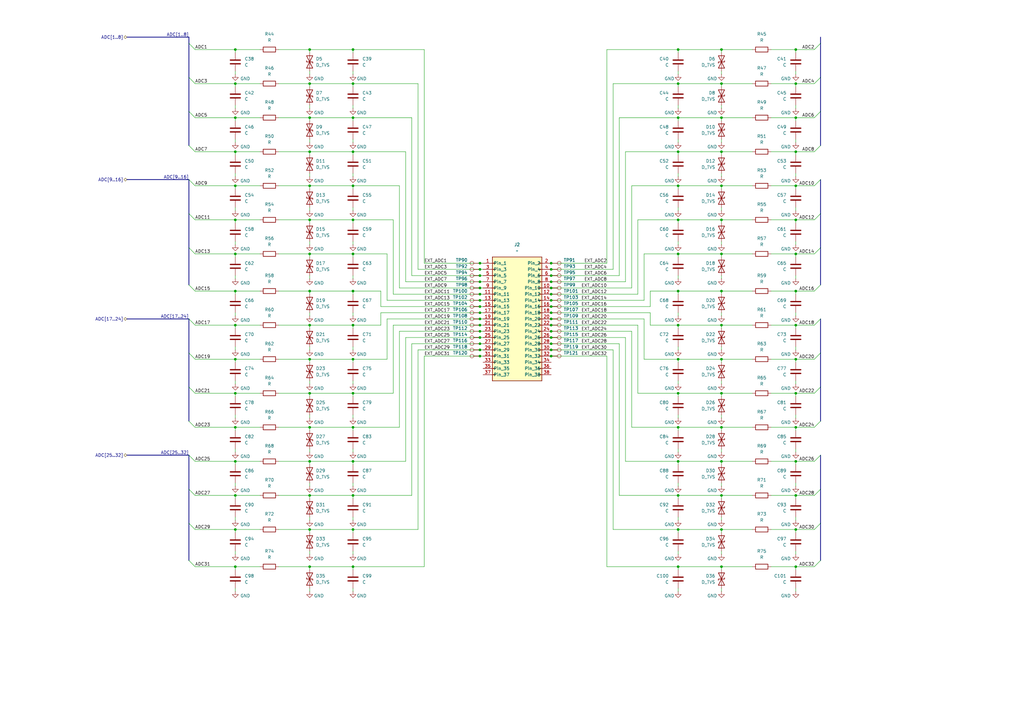
<source format=kicad_sch>
(kicad_sch (version 20250114) (generator "eeschema") (generator_version "9.0")
  (paper "A3")
  (junction (at 226.06 138.43))
  (junction (at 96.52 119.38))
  (junction (at 226.06 128.27))
  (junction (at 295.91 104.14))
  (junction (at 278.13 189.23))
  (junction (at 144.78 104.14))
  (junction (at 144.78 62.23))
  (junction (at 295.91 20.32))
  (junction (at 295.91 76.2))
  (junction (at 226.06 118.11))
  (junction (at 127 147.32))
  (junction (at 295.91 133.35))
  (junction (at 127 203.2))
  (junction (at 226.06 146.05))
  (junction (at 196.85 146.05))
  (junction (at 326.39 232.41))
  (junction (at 326.39 133.35))
  (junction (at 326.39 90.17))
  (junction (at 326.39 119.38))
  (junction (at 96.52 161.29))
  (junction (at 295.91 161.29))
  (junction (at 196.85 133.35))
  (junction (at 295.91 217.17))
  (junction (at 144.78 189.23))
  (junction (at 226.06 140.97))
  (junction (at 226.06 130.81))
  (junction (at 127 232.41))
  (junction (at 196.85 110.49))
  (junction (at 295.91 147.32))
  (junction (at 278.13 34.29))
  (junction (at 127 90.17))
  (junction (at 295.91 119.38))
  (junction (at 295.91 90.17))
  (junction (at 127 48.26))
  (junction (at 96.52 189.23))
  (junction (at 326.39 217.17))
  (junction (at 96.52 104.14))
  (junction (at 278.13 76.2))
  (junction (at 96.52 48.26))
  (junction (at 196.85 118.11))
  (junction (at 196.85 113.03))
  (junction (at 196.85 130.81))
  (junction (at 226.06 123.19))
  (junction (at 295.91 48.26))
  (junction (at 278.13 175.26))
  (junction (at 326.39 161.29))
  (junction (at 278.13 147.32))
  (junction (at 278.13 20.32))
  (junction (at 96.52 34.29))
  (junction (at 127 34.29))
  (junction (at 226.06 133.35))
  (junction (at 278.13 161.29))
  (junction (at 196.85 123.19))
  (junction (at 96.52 217.17))
  (junction (at 295.91 232.41))
  (junction (at 127 161.29))
  (junction (at 96.52 62.23))
  (junction (at 127 20.32))
  (junction (at 326.39 62.23))
  (junction (at 144.78 232.41))
  (junction (at 278.13 62.23))
  (junction (at 326.39 20.32))
  (junction (at 144.78 217.17))
  (junction (at 144.78 203.2))
  (junction (at 96.52 203.2))
  (junction (at 96.52 90.17))
  (junction (at 196.85 125.73))
  (junction (at 196.85 135.89))
  (junction (at 144.78 161.29))
  (junction (at 144.78 90.17))
  (junction (at 127 104.14))
  (junction (at 326.39 48.26))
  (junction (at 196.85 140.97))
  (junction (at 196.85 107.95))
  (junction (at 144.78 76.2))
  (junction (at 326.39 34.29))
  (junction (at 144.78 119.38))
  (junction (at 196.85 143.51))
  (junction (at 226.06 143.51))
  (junction (at 96.52 147.32))
  (junction (at 226.06 115.57))
  (junction (at 226.06 110.49))
  (junction (at 127 189.23))
  (junction (at 326.39 104.14))
  (junction (at 96.52 20.32))
  (junction (at 127 62.23))
  (junction (at 127 133.35))
  (junction (at 96.52 232.41))
  (junction (at 278.13 48.26))
  (junction (at 144.78 133.35))
  (junction (at 278.13 104.14))
  (junction (at 295.91 203.2))
  (junction (at 278.13 90.17))
  (junction (at 196.85 128.27))
  (junction (at 278.13 217.17))
  (junction (at 144.78 20.32))
  (junction (at 278.13 133.35))
  (junction (at 295.91 34.29))
  (junction (at 96.52 76.2))
  (junction (at 226.06 113.03))
  (junction (at 127 217.17))
  (junction (at 326.39 189.23))
  (junction (at 96.52 133.35))
  (junction (at 326.39 147.32))
  (junction (at 295.91 62.23))
  (junction (at 226.06 125.73))
  (junction (at 96.52 175.26))
  (junction (at 295.91 189.23))
  (junction (at 196.85 115.57))
  (junction (at 278.13 203.2))
  (junction (at 326.39 76.2))
  (junction (at 278.13 119.38))
  (junction (at 144.78 48.26))
  (junction (at 326.39 203.2))
  (junction (at 226.06 135.89))
  (junction (at 196.85 138.43))
  (junction (at 144.78 175.26))
  (junction (at 226.06 107.95))
  (junction (at 127 119.38))
  (junction (at 226.06 120.65))
  (junction (at 196.85 120.65))
  (junction (at 295.91 175.26))
  (junction (at 127 76.2))
  (junction (at 278.13 232.41))
  (junction (at 144.78 147.32))
  (junction (at 326.39 175.26))
  (junction (at 127 175.26))
  (junction (at 144.78 34.29))
  (bus_entry (at 334.01 20.32) (size 2.54 -2.54))
  (bus_entry (at 334.01 175.26) (size 2.54 -2.54))
  (bus_entry (at 334.01 62.23) (size 2.54 -2.54))
  (bus_entry (at 77.47 116.84) (size 2.54 2.54))
  (bus_entry (at 77.47 214.63) (size 2.54 2.54))
  (bus_entry (at 77.47 87.63) (size 2.54 2.54))
  (bus_entry (at 77.47 31.75) (size 2.54 2.54))
  (bus_entry (at 334.01 147.32) (size 2.54 -2.54))
  (bus_entry (at 77.47 130.81) (size 2.54 2.54))
  (bus_entry (at 77.47 73.66) (size 2.54 2.54))
  (bus_entry (at 334.01 76.2) (size 2.54 -2.54))
  (bus_entry (at 334.01 104.14) (size 2.54 -2.54))
  (bus_entry (at 334.01 232.41) (size 2.54 -2.54))
  (bus_entry (at 77.47 45.72) (size 2.54 2.54))
  (bus_entry (at 334.01 34.29) (size 2.54 -2.54))
  (bus_entry (at 77.47 200.66) (size 2.54 2.54))
  (bus_entry (at 334.01 119.38) (size 2.54 -2.54))
  (bus_entry (at 334.01 203.2) (size 2.54 -2.54))
  (bus_entry (at 334.01 161.29) (size 2.54 -2.54))
  (bus_entry (at 334.01 133.35) (size 2.54 -2.54))
  (bus_entry (at 334.01 217.17) (size 2.54 -2.54))
  (bus_entry (at 334.01 48.26) (size 2.54 -2.54))
  (bus_entry (at 77.47 186.69) (size 2.54 2.54))
  (bus_entry (at 77.47 59.69) (size 2.54 2.54))
  (bus_entry (at 77.47 229.87) (size 2.54 2.54))
  (bus_entry (at 77.47 101.6) (size 2.54 2.54))
  (bus_entry (at 334.01 90.17) (size 2.54 -2.54))
  (bus_entry (at 77.47 17.78) (size 2.54 2.54))
  (bus_entry (at 77.47 144.78) (size 2.54 2.54))
  (bus_entry (at 334.01 189.23) (size 2.54 -2.54))
  (bus_entry (at 77.47 158.75) (size 2.54 2.54))
  (bus_entry (at 77.47 172.72) (size 2.54 2.54))
  (wire (pts (xy 198.12 110.49) (xy 196.85 110.49)))
  (wire (pts (xy 326.39 175.26) (xy 316.23 175.26)))
  (wire (pts (xy 295.91 113.03) (xy 295.91 114.3)))
  (wire (pts (xy 173.99 146.05) (xy 173.99 232.41)))
  (wire (pts (xy 96.52 48.26) (xy 106.68 48.26)))
  (wire (pts (xy 334.01 119.38) (xy 326.39 119.38)))
  (wire (pts (xy 198.12 125.73) (xy 196.85 125.73)))
  (wire (pts (xy 226.06 110.49) (xy 251.46 110.49)))
  (wire (pts (xy 96.52 217.17) (xy 106.68 217.17)))
  (wire (pts (xy 127 57.15) (xy 127 58.42)))
  (wire (pts (xy 144.78 147.32) (xy 144.78 148.59)))
  (wire (pts (xy 96.52 20.32) (xy 96.52 21.59)))
  (wire (pts (xy 96.52 99.06) (xy 96.52 100.33)))
  (wire (pts (xy 326.39 119.38) (xy 316.23 119.38)))
  (wire (pts (xy 144.78 133.35) (xy 144.78 134.62)))
  (wire (pts (xy 96.52 198.12) (xy 96.52 199.39)))
  (wire (pts (xy 334.01 147.32) (xy 326.39 147.32)))
  (wire (pts (xy 278.13 170.18) (xy 278.13 171.45)))
  (wire (pts (xy 168.91 203.2) (xy 144.78 203.2)))
  (wire (pts (xy 158.75 147.32) (xy 144.78 147.32)))
  (wire (pts (xy 248.92 232.41) (xy 278.13 232.41)))
  (wire (pts (xy 295.91 203.2) (xy 278.13 203.2)))
  (wire (pts (xy 96.52 133.35) (xy 96.52 134.62)))
  (wire (pts (xy 96.52 62.23) (xy 96.52 63.5)))
  (wire (pts (xy 127 190.5) (xy 127 189.23)))
  (wire (pts (xy 127 156.21) (xy 127 157.48)))
  (wire (pts (xy 173.99 232.41) (xy 144.78 232.41)))
  (wire (pts (xy 144.78 175.26) (xy 144.78 176.53)))
  (wire (pts (xy 326.39 90.17) (xy 326.39 91.44)))
  (wire (pts (xy 226.06 143.51) (xy 251.46 143.51)))
  (wire (pts (xy 173.99 107.95) (xy 196.85 107.95)))
  (wire (pts (xy 326.39 147.32) (xy 326.39 148.59)))
  (wire (pts (xy 261.62 90.17) (xy 261.62 120.65)))
  (wire (pts (xy 254 140.97) (xy 254 203.2)))
  (wire (pts (xy 295.91 147.32) (xy 278.13 147.32)))
  (wire (pts (xy 226.06 135.89) (xy 259.08 135.89)))
  (wire (pts (xy 127 217.17) (xy 144.78 217.17)))
  (wire (pts (xy 198.12 133.35) (xy 196.85 133.35)))
  (wire (pts (xy 198.12 130.81) (xy 196.85 130.81)))
  (wire (pts (xy 261.62 161.29) (xy 278.13 161.29)))
  (wire (pts (xy 96.52 76.2) (xy 96.52 77.47)))
  (wire (pts (xy 295.91 99.06) (xy 295.91 100.33)))
  (wire (pts (xy 248.92 146.05) (xy 226.06 146.05)))
  (wire (pts (xy 127 175.26) (xy 114.3 175.26)))
  (wire (pts (xy 278.13 161.29) (xy 278.13 162.56)))
  (wire (pts (xy 96.52 48.26) (xy 96.52 49.53)))
  (wire (pts (xy 127 113.03) (xy 127 114.3)))
  (wire (pts (xy 161.29 120.65) (xy 196.85 120.65)))
  (wire (pts (xy 198.12 123.19) (xy 196.85 123.19)))
  (wire (pts (xy 166.37 189.23) (xy 144.78 189.23)))
  (wire (pts (xy 80.01 147.32) (xy 96.52 147.32)))
  (wire (pts (xy 196.85 118.11) (xy 163.83 118.11)))
  (wire (pts (xy 295.91 34.29) (xy 308.61 34.29)))
  (wire (pts (xy 158.75 130.81) (xy 158.75 147.32)))
  (wire (pts (xy 127 76.2) (xy 144.78 76.2)))
  (wire (pts (xy 334.01 203.2) (xy 326.39 203.2)))
  (wire (pts (xy 248.92 146.05) (xy 248.92 232.41)))
  (wire (pts (xy 295.91 105.41) (xy 295.91 104.14)))
  (wire (pts (xy 127 226.06) (xy 127 227.33)))
  (wire (pts (xy 156.21 125.73) (xy 156.21 119.38)))
  (wire (pts (xy 266.7 128.27) (xy 266.7 133.35)))
  (wire (pts (xy 295.91 142.24) (xy 295.91 143.51)))
  (wire (pts (xy 144.78 184.15) (xy 144.78 185.42)))
  (bus (pts (xy 336.55 73.66) (xy 336.55 87.63)))
  (bus (pts (xy 77.47 214.63) (xy 77.47 229.87)))
  (wire (pts (xy 326.39 241.3) (xy 326.39 242.57)))
  (wire (pts (xy 295.91 21.59) (xy 295.91 20.32)))
  (bus (pts (xy 52.07 186.69) (xy 77.47 186.69)))
  (wire (pts (xy 334.01 189.23) (xy 326.39 189.23)))
  (wire (pts (xy 226.06 123.19) (xy 264.16 123.19)))
  (wire (pts (xy 326.39 189.23) (xy 326.39 190.5)))
  (bus (pts (xy 77.47 31.75) (xy 77.47 45.72)))
  (bus (pts (xy 52.07 130.81) (xy 77.47 130.81)))
  (wire (pts (xy 326.39 29.21) (xy 326.39 30.48)))
  (wire (pts (xy 326.39 217.17) (xy 326.39 218.44)))
  (wire (pts (xy 295.91 218.44) (xy 295.91 217.17)))
  (wire (pts (xy 80.01 189.23) (xy 96.52 189.23)))
  (wire (pts (xy 326.39 133.35) (xy 316.23 133.35)))
  (wire (pts (xy 295.91 20.32) (xy 308.61 20.32)))
  (wire (pts (xy 334.01 34.29) (xy 326.39 34.29)))
  (wire (pts (xy 80.01 104.14) (xy 96.52 104.14)))
  (wire (pts (xy 171.45 217.17) (xy 144.78 217.17)))
  (wire (pts (xy 278.13 48.26) (xy 278.13 49.53)))
  (wire (pts (xy 295.91 198.12) (xy 295.91 199.39)))
  (wire (pts (xy 127 90.17) (xy 114.3 90.17)))
  (wire (pts (xy 127 85.09) (xy 127 86.36)))
  (wire (pts (xy 326.39 48.26) (xy 316.23 48.26)))
  (wire (pts (xy 144.78 161.29) (xy 144.78 162.56)))
  (wire (pts (xy 278.13 29.21) (xy 278.13 30.48)))
  (wire (pts (xy 295.91 226.06) (xy 295.91 227.33)))
  (wire (pts (xy 278.13 62.23) (xy 256.54 62.23)))
  (wire (pts (xy 144.78 34.29) (xy 144.78 35.56)))
  (wire (pts (xy 326.39 34.29) (xy 316.23 34.29)))
  (wire (pts (xy 127 189.23) (xy 144.78 189.23)))
  (wire (pts (xy 326.39 34.29) (xy 326.39 35.56)))
  (wire (pts (xy 156.21 128.27) (xy 196.85 128.27)))
  (wire (pts (xy 278.13 119.38) (xy 278.13 120.65)))
  (wire (pts (xy 127 120.65) (xy 127 119.38)))
  (wire (pts (xy 127 175.26) (xy 144.78 175.26)))
  (wire (pts (xy 278.13 133.35) (xy 278.13 134.62)))
  (wire (pts (xy 96.52 189.23) (xy 96.52 190.5)))
  (wire (pts (xy 251.46 143.51) (xy 251.46 217.17)))
  (bus (pts (xy 336.55 186.69) (xy 336.55 200.66)))
  (wire (pts (xy 198.12 118.11) (xy 196.85 118.11)))
  (wire (pts (xy 295.91 133.35) (xy 278.13 133.35)))
  (bus (pts (xy 77.47 87.63) (xy 77.47 101.6)))
  (wire (pts (xy 163.83 135.89) (xy 163.83 175.26)))
  (wire (pts (xy 96.52 241.3) (xy 96.52 242.57)))
  (wire (pts (xy 127 198.12) (xy 127 199.39)))
  (wire (pts (xy 278.13 241.3) (xy 278.13 242.57)))
  (wire (pts (xy 295.91 120.65) (xy 295.91 119.38)))
  (wire (pts (xy 144.78 104.14) (xy 144.78 105.41)))
  (wire (pts (xy 96.52 20.32) (xy 106.68 20.32)))
  (wire (pts (xy 308.61 119.38) (xy 295.91 119.38)))
  (wire (pts (xy 196.85 123.19) (xy 158.75 123.19)))
  (wire (pts (xy 226.06 125.73) (xy 266.7 125.73)))
  (wire (pts (xy 144.78 62.23) (xy 166.37 62.23)))
  (wire (pts (xy 198.12 107.95) (xy 196.85 107.95)))
  (wire (pts (xy 127 35.56) (xy 127 34.29)))
  (wire (pts (xy 326.39 161.29) (xy 326.39 162.56)))
  (wire (pts (xy 127 233.68) (xy 127 232.41)))
  (wire (pts (xy 168.91 140.97) (xy 196.85 140.97)))
  (wire (pts (xy 295.91 35.56) (xy 295.91 34.29)))
  (wire (pts (xy 326.39 232.41) (xy 326.39 233.68)))
  (wire (pts (xy 127 128.27) (xy 127 129.54)))
  (wire (pts (xy 251.46 34.29) (xy 251.46 110.49)))
  (wire (pts (xy 127 217.17) (xy 114.3 217.17)))
  (wire (pts (xy 127 63.5) (xy 127 62.23)))
  (wire (pts (xy 171.45 110.49) (xy 196.85 110.49)))
  (bus (pts (xy 77.47 101.6) (xy 77.47 116.84)))
  (wire (pts (xy 96.52 85.09) (xy 96.52 86.36)))
  (wire (pts (xy 80.01 175.26) (xy 96.52 175.26)))
  (wire (pts (xy 127 20.32) (xy 114.3 20.32)))
  (wire (pts (xy 127 71.12) (xy 127 72.39)))
  (wire (pts (xy 144.78 232.41) (xy 144.78 233.68)))
  (wire (pts (xy 144.78 76.2) (xy 163.83 76.2)))
  (wire (pts (xy 326.39 133.35) (xy 326.39 134.62)))
  (wire (pts (xy 127 62.23) (xy 144.78 62.23)))
  (wire (pts (xy 326.39 119.38) (xy 326.39 120.65)))
  (wire (pts (xy 96.52 232.41) (xy 106.68 232.41)))
  (wire (pts (xy 144.78 57.15) (xy 144.78 58.42)))
  (wire (pts (xy 127 232.41) (xy 144.78 232.41)))
  (wire (pts (xy 295.91 232.41) (xy 278.13 232.41)))
  (wire (pts (xy 278.13 90.17) (xy 261.62 90.17)))
  (wire (pts (xy 326.39 203.2) (xy 316.23 203.2)))
  (wire (pts (xy 278.13 62.23) (xy 278.13 63.5)))
  (wire (pts (xy 326.39 71.12) (xy 326.39 72.39)))
  (wire (pts (xy 144.78 119.38) (xy 144.78 120.65)))
  (wire (pts (xy 144.78 198.12) (xy 144.78 199.39)))
  (bus (pts (xy 77.47 45.72) (xy 77.47 59.69)))
  (wire (pts (xy 295.91 48.26) (xy 308.61 48.26)))
  (wire (pts (xy 96.52 232.41) (xy 96.52 233.68)))
  (wire (pts (xy 80.01 34.29) (xy 96.52 34.29)))
  (wire (pts (xy 266.7 125.73) (xy 266.7 119.38)))
  (wire (pts (xy 334.01 76.2) (xy 326.39 76.2)))
  (bus (pts (xy 336.55 59.69) (xy 336.55 45.72)))
  (wire (pts (xy 326.39 128.27) (xy 326.39 129.54)))
  (wire (pts (xy 171.45 143.51) (xy 196.85 143.51)))
  (wire (pts (xy 96.52 170.18) (xy 96.52 171.45)))
  (wire (pts (xy 144.78 20.32) (xy 144.78 21.59)))
  (wire (pts (xy 334.01 161.29) (xy 326.39 161.29)))
  (bus (pts (xy 336.55 45.72) (xy 336.55 31.75)))
  (wire (pts (xy 80.01 62.23) (xy 96.52 62.23)))
  (bus (pts (xy 77.47 17.78) (xy 77.47 31.75)))
  (wire (pts (xy 295.91 217.17) (xy 308.61 217.17)))
  (wire (pts (xy 334.01 104.14) (xy 326.39 104.14)))
  (wire (pts (xy 127 34.29) (xy 114.3 34.29)))
  (wire (pts (xy 96.52 119.38) (xy 106.68 119.38)))
  (wire (pts (xy 96.52 34.29) (xy 96.52 35.56)))
  (wire (pts (xy 226.06 120.65) (xy 261.62 120.65)))
  (wire (pts (xy 295.91 184.15) (xy 295.91 185.42)))
  (wire (pts (xy 144.78 48.26) (xy 168.91 48.26)))
  (wire (pts (xy 326.39 203.2) (xy 326.39 204.47)))
  (wire (pts (xy 127 161.29) (xy 114.3 161.29)))
  (wire (pts (xy 96.52 34.29) (xy 106.68 34.29)))
  (wire (pts (xy 226.06 115.57) (xy 256.54 115.57)))
  (wire (pts (xy 96.52 161.29) (xy 106.68 161.29)))
  (wire (pts (xy 326.39 142.24) (xy 326.39 143.51)))
  (wire (pts (xy 295.91 57.15) (xy 295.91 58.42)))
  (wire (pts (xy 114.3 119.38) (xy 127 119.38)))
  (wire (pts (xy 226.06 133.35) (xy 261.62 133.35)))
  (wire (pts (xy 198.12 115.57) (xy 196.85 115.57)))
  (wire (pts (xy 96.52 175.26) (xy 106.68 175.26)))
  (wire (pts (xy 96.52 128.27) (xy 96.52 129.54)))
  (wire (pts (xy 80.01 90.17) (xy 96.52 90.17)))
  (wire (pts (xy 96.52 113.03) (xy 96.52 114.3)))
  (wire (pts (xy 198.12 128.27) (xy 196.85 128.27)))
  (wire (pts (xy 295.91 175.26) (xy 308.61 175.26)))
  (wire (pts (xy 295.91 176.53) (xy 295.91 175.26)))
  (wire (pts (xy 198.12 146.05) (xy 196.85 146.05)))
  (wire (pts (xy 127 148.59) (xy 127 147.32)))
  (wire (pts (xy 295.91 189.23) (xy 278.13 189.23)))
  (wire (pts (xy 259.08 135.89) (xy 259.08 175.26)))
  (wire (pts (xy 334.01 20.32) (xy 326.39 20.32)))
  (wire (pts (xy 163.83 135.89) (xy 196.85 135.89)))
  (wire (pts (xy 295.91 62.23) (xy 308.61 62.23)))
  (wire (pts (xy 295.91 104.14) (xy 278.13 104.14)))
  (wire (pts (xy 114.3 232.41) (xy 127 232.41)))
  (wire (pts (xy 326.39 170.18) (xy 326.39 171.45)))
  (wire (pts (xy 264.16 123.19) (xy 264.16 104.14)))
  (wire (pts (xy 295.91 156.21) (xy 295.91 157.48)))
  (wire (pts (xy 96.52 147.32) (xy 96.52 148.59)))
  (wire (pts (xy 254 203.2) (xy 278.13 203.2)))
  (wire (pts (xy 144.78 62.23) (xy 144.78 63.5)))
  (bus (pts (xy 336.55 144.78) (xy 336.55 158.75)))
  (wire (pts (xy 96.52 189.23) (xy 106.68 189.23)))
  (wire (pts (xy 226.06 138.43) (xy 256.54 138.43)))
  (wire (pts (xy 80.01 217.17) (xy 96.52 217.17)))
  (wire (pts (xy 144.78 48.26) (xy 144.78 49.53)))
  (wire (pts (xy 326.39 57.15) (xy 326.39 58.42)))
  (wire (pts (xy 127 77.47) (xy 127 76.2)))
  (wire (pts (xy 326.39 104.14) (xy 326.39 105.41)))
  (wire (pts (xy 144.78 85.09) (xy 144.78 86.36)))
  (wire (pts (xy 295.91 90.17) (xy 308.61 90.17)))
  (wire (pts (xy 278.13 57.15) (xy 278.13 58.42)))
  (wire (pts (xy 295.91 63.5) (xy 295.91 62.23)))
  (wire (pts (xy 161.29 133.35) (xy 196.85 133.35)))
  (wire (pts (xy 295.91 203.2) (xy 308.61 203.2)))
  (wire (pts (xy 198.12 113.03) (xy 196.85 113.03)))
  (wire (pts (xy 80.01 119.38) (xy 96.52 119.38)))
  (wire (pts (xy 127 184.15) (xy 127 185.42)))
  (wire (pts (xy 144.78 90.17) (xy 161.29 90.17)))
  (wire (pts (xy 326.39 113.03) (xy 326.39 114.3)))
  (wire (pts (xy 334.01 90.17) (xy 326.39 90.17)))
  (wire (pts (xy 295.91 175.26) (xy 278.13 175.26)))
  (wire (pts (xy 198.12 143.51) (xy 196.85 143.51)))
  (bus (pts (xy 336.55 17.78) (xy 336.55 15.24)))
  (bus (pts (xy 52.07 73.66) (xy 77.47 73.66)))
  (wire (pts (xy 295.91 189.23) (xy 308.61 189.23)))
  (wire (pts (xy 295.91 119.38) (xy 278.13 119.38)))
  (wire (pts (xy 96.52 104.14) (xy 96.52 105.41)))
  (wire (pts (xy 96.52 57.15) (xy 96.52 58.42)))
  (wire (pts (xy 127 104.14) (xy 144.78 104.14)))
  (wire (pts (xy 259.08 175.26) (xy 278.13 175.26)))
  (wire (pts (xy 127 20.32) (xy 144.78 20.32)))
  (wire (pts (xy 127 49.53) (xy 127 48.26)))
  (wire (pts (xy 127 76.2) (xy 114.3 76.2)))
  (wire (pts (xy 254 48.26) (xy 254 113.03)))
  (wire (pts (xy 96.52 217.17) (xy 96.52 218.44)))
  (wire (pts (xy 326.39 175.26) (xy 326.39 176.53)))
  (wire (pts (xy 295.91 233.68) (xy 295.91 232.41)))
  (wire (pts (xy 96.52 62.23) (xy 106.68 62.23)))
  (wire (pts (xy 278.13 184.15) (xy 278.13 185.42)))
  (wire (pts (xy 261.62 133.35) (xy 261.62 161.29)))
  (wire (pts (xy 278.13 90.17) (xy 278.13 91.44)))
  (wire (pts (xy 295.91 217.17) (xy 278.13 217.17)))
  (wire (pts (xy 96.52 43.18) (xy 96.52 44.45)))
  (wire (pts (xy 295.91 91.44) (xy 295.91 90.17)))
  (wire (pts (xy 127 162.56) (xy 127 161.29)))
  (wire (pts (xy 266.7 133.35) (xy 278.13 133.35)))
  (wire (pts (xy 198.12 135.89) (xy 196.85 135.89)))
  (wire (pts (xy 326.39 76.2) (xy 316.23 76.2)))
  (wire (pts (xy 144.78 29.21) (xy 144.78 30.48)))
  (wire (pts (xy 171.45 143.51) (xy 171.45 217.17)))
  (wire (pts (xy 127 218.44) (xy 127 217.17)))
  (wire (pts (xy 96.52 90.17) (xy 106.68 90.17)))
  (wire (pts (xy 295.91 170.18) (xy 295.91 171.45)))
  (wire (pts (xy 144.78 142.24) (xy 144.78 143.51)))
  (wire (pts (xy 96.52 133.35) (xy 106.68 133.35)))
  (wire (pts (xy 278.13 147.32) (xy 278.13 148.59)))
  (wire (pts (xy 295.91 148.59) (xy 295.91 147.32)))
  (wire (pts (xy 248.92 107.95) (xy 226.06 107.95)))
  (wire (pts (xy 295.91 90.17) (xy 278.13 90.17)))
  (wire (pts (xy 295.91 190.5) (xy 295.91 189.23)))
  (wire (pts (xy 278.13 104.14) (xy 264.16 104.14)))
  (bus (pts (xy 77.47 200.66) (xy 77.47 214.63)))
  (wire (pts (xy 278.13 189.23) (xy 278.13 190.5)))
  (wire (pts (xy 127 29.21) (xy 127 30.48)))
  (wire (pts (xy 295.91 133.35) (xy 308.61 133.35)))
  (wire (pts (xy 295.91 147.32) (xy 308.61 147.32)))
  (wire (pts (xy 144.78 43.18) (xy 144.78 44.45)))
  (wire (pts (xy 127 105.41) (xy 127 104.14)))
  (wire (pts (xy 278.13 142.24) (xy 278.13 143.51)))
  (wire (pts (xy 96.52 71.12) (xy 96.52 72.39)))
  (wire (pts (xy 278.13 175.26) (xy 278.13 176.53)))
  (wire (pts (xy 144.78 156.21) (xy 144.78 157.48)))
  (wire (pts (xy 144.78 170.18) (xy 144.78 171.45)))
  (bus (pts (xy 77.47 15.24) (xy 77.47 17.78)))
  (wire (pts (xy 326.39 226.06) (xy 326.39 227.33)))
  (bus (pts (xy 77.47 186.69) (xy 77.47 200.66)))
  (wire (pts (xy 251.46 217.17) (xy 278.13 217.17)))
  (wire (pts (xy 96.52 119.38) (xy 96.52 120.65)))
  (wire (pts (xy 144.78 217.17) (xy 144.78 218.44)))
  (wire (pts (xy 295.91 241.3) (xy 295.91 242.57)))
  (wire (pts (xy 278.13 198.12) (xy 278.13 199.39)))
  (wire (pts (xy 127 176.53) (xy 127 175.26)))
  (wire (pts (xy 326.39 232.41) (xy 316.23 232.41)))
  (wire (pts (xy 80.01 20.32) (xy 96.52 20.32)))
  (wire (pts (xy 127 203.2) (xy 144.78 203.2)))
  (wire (pts (xy 326.39 48.26) (xy 326.39 49.53)))
  (wire (pts (xy 326.39 62.23) (xy 316.23 62.23)))
  (wire (pts (xy 127 119.38) (xy 144.78 119.38)))
  (wire (pts (xy 295.91 76.2) (xy 278.13 76.2)))
  (wire (pts (xy 259.08 118.11) (xy 259.08 76.2)))
  (wire (pts (xy 166.37 62.23) (xy 166.37 115.57)))
  (wire (pts (xy 144.78 76.2) (xy 144.78 77.47)))
  (wire (pts (xy 127 91.44) (xy 127 90.17)))
  (wire (pts (xy 127 48.26) (xy 144.78 48.26)))
  (wire (pts (xy 278.13 217.17) (xy 278.13 218.44)))
  (wire (pts (xy 278.13 43.18) (xy 278.13 44.45)))
  (wire (pts (xy 278.13 212.09) (xy 278.13 213.36)))
  (wire (pts (xy 198.12 140.97) (xy 196.85 140.97)))
  (wire (pts (xy 173.99 20.32) (xy 173.99 107.95)))
  (wire (pts (xy 144.78 212.09) (xy 144.78 213.36)))
  (wire (pts (xy 144.78 189.23) (xy 144.78 190.5)))
  (wire (pts (xy 171.45 34.29) (xy 171.45 110.49)))
  (wire (pts (xy 295.91 212.09) (xy 295.91 213.36)))
  (wire (pts (xy 295.91 49.53) (xy 295.91 48.26)))
  (wire (pts (xy 166.37 138.43) (xy 196.85 138.43)))
  (wire (pts (xy 326.39 147.32) (xy 316.23 147.32)))
  (wire (pts (xy 156.21 133.35) (xy 144.78 133.35)))
  (wire (pts (xy 326.39 85.09) (xy 326.39 86.36)))
  (wire (pts (xy 96.52 175.26) (xy 96.52 176.53)))
  (wire (pts (xy 295.91 204.47) (xy 295.91 203.2)))
  (wire (pts (xy 96.52 147.32) (xy 106.68 147.32)))
  (wire (pts (xy 96.52 212.09) (xy 96.52 213.36)))
  (wire (pts (xy 168.91 140.97) (xy 168.91 203.2)))
  (wire (pts (xy 156.21 128.27) (xy 156.21 133.35)))
  (wire (pts (xy 278.13 34.29) (xy 278.13 35.56)))
  (wire (pts (xy 127 21.59) (xy 127 20.32)))
  (bus (pts (xy 77.47 144.78) (xy 77.47 158.75)))
  (wire (pts (xy 278.13 20.32) (xy 248.92 20.32)))
  (wire (pts (xy 278.13 232.41) (xy 278.13 233.68)))
  (wire (pts (xy 144.78 71.12) (xy 144.78 72.39)))
  (wire (pts (xy 127 170.18) (xy 127 171.45)))
  (wire (pts (xy 226.06 140.97) (xy 254 140.97)))
  (wire (pts (xy 96.52 161.29) (xy 96.52 162.56)))
  (wire (pts (xy 278.13 76.2) (xy 278.13 77.47)))
  (wire (pts (xy 278.13 48.26) (xy 254 48.26)))
  (wire (pts (xy 295.91 85.09) (xy 295.91 86.36)))
  (wire (pts (xy 144.78 128.27) (xy 144.78 129.54)))
  (wire (pts (xy 278.13 104.14) (xy 278.13 105.41)))
  (bus (pts (xy 336.55 214.63) (xy 336.55 229.87)))
  (wire (pts (xy 334.01 48.26) (xy 326.39 48.26)))
  (wire (pts (xy 334.01 217.17) (xy 326.39 217.17)))
  (wire (pts (xy 278.13 85.09) (xy 278.13 86.36)))
  (wire (pts (xy 226.06 113.03) (xy 254 113.03)))
  (wire (pts (xy 80.01 203.2) (xy 96.52 203.2)))
  (wire (pts (xy 127 212.09) (xy 127 213.36)))
  (wire (pts (xy 127 241.3) (xy 127 242.57)))
  (wire (pts (xy 163.83 175.26) (xy 144.78 175.26)))
  (wire (pts (xy 127 48.26) (xy 114.3 48.26)))
  (wire (pts (xy 326.39 43.18) (xy 326.39 44.45)))
  (wire (pts (xy 326.39 156.21) (xy 326.39 157.48)))
  (wire (pts (xy 144.78 20.32) (xy 173.99 20.32)))
  (wire (pts (xy 96.52 104.14) (xy 106.68 104.14)))
  (wire (pts (xy 80.01 133.35) (xy 96.52 133.35)))
  (wire (pts (xy 226.06 118.11) (xy 259.08 118.11)))
  (wire (pts (xy 326.39 184.15) (xy 326.39 185.42)))
  (wire (pts (xy 295.91 161.29) (xy 308.61 161.29)))
  (wire (pts (xy 295.91 71.12) (xy 295.91 72.39)))
  (wire (pts (xy 127 104.14) (xy 114.3 104.14)))
  (wire (pts (xy 278.13 128.27) (xy 278.13 129.54)))
  (wire (pts (xy 278.13 71.12) (xy 278.13 72.39)))
  (wire (pts (xy 96.52 29.21) (xy 96.52 30.48)))
  (wire (pts (xy 144.78 203.2) (xy 144.78 204.47)))
  (wire (pts (xy 127 161.29) (xy 144.78 161.29)))
  (wire (pts (xy 326.39 189.23) (xy 316.23 189.23)))
  (wire (pts (xy 256.54 62.23) (xy 256.54 115.57)))
  (wire (pts (xy 295.91 161.29) (xy 278.13 161.29)))
  (bus (pts (xy 336.55 87.63) (xy 336.55 101.6)))
  (wire (pts (xy 173.99 146.05) (xy 196.85 146.05)))
  (wire (pts (xy 127 99.06) (xy 127 100.33)))
  (bus (pts (xy 336.55 200.66) (xy 336.55 214.63)))
  (wire (pts (xy 295.91 48.26) (xy 278.13 48.26)))
  (wire (pts (xy 326.39 104.14) (xy 316.23 104.14)))
  (wire (pts (xy 127 203.2) (xy 114.3 203.2)))
  (wire (pts (xy 334.01 232.41) (xy 326.39 232.41)))
  (wire (pts (xy 127 147.32) (xy 114.3 147.32)))
  (wire (pts (xy 295.91 20.32) (xy 278.13 20.32)))
  (wire (pts (xy 278.13 156.21) (xy 278.13 157.48)))
  (wire (pts (xy 144.78 99.06) (xy 144.78 100.33)))
  (wire (pts (xy 80.01 76.2) (xy 96.52 76.2)))
  (wire (pts (xy 256.54 189.23) (xy 278.13 189.23)))
  (wire (pts (xy 264.16 147.32) (xy 278.13 147.32)))
  (wire (pts (xy 278.13 20.32) (xy 278.13 21.59)))
  (wire (pts (xy 127 34.29) (xy 144.78 34.29)))
  (wire (pts (xy 144.78 90.17) (xy 144.78 91.44)))
  (wire (pts (xy 226.06 128.27) (xy 266.7 128.27)))
  (wire (pts (xy 144.78 104.14) (xy 158.75 104.14)))
  (wire (pts (xy 161.29 90.17) (xy 161.29 120.65)))
  (wire (pts (xy 278.13 113.03) (xy 278.13 114.3)))
  (wire (pts (xy 295.91 77.47) (xy 295.91 76.2)))
  (bus (pts (xy 77.47 158.75) (xy 77.47 172.72)))
  (bus (pts (xy 336.55 101.6) (xy 336.55 116.84)))
  (wire (pts (xy 158.75 130.81) (xy 196.85 130.81)))
  (bus (pts (xy 77.47 73.66) (xy 77.47 87.63)))
  (wire (pts (xy 326.39 212.09) (xy 326.39 213.36)))
  (wire (pts (xy 196.85 113.03) (xy 168.91 113.03)))
  (wire (pts (xy 295.91 128.27) (xy 295.91 129.54)))
  (wire (pts (xy 127 134.62) (xy 127 133.35)))
  (wire (pts (xy 96.52 226.06) (xy 96.52 227.33)))
  (wire (pts (xy 326.39 20.32) (xy 316.23 20.32)))
  (wire (pts (xy 198.12 120.65) (xy 196.85 120.65)))
  (wire (pts (xy 334.01 133.35) (xy 326.39 133.35)))
  (wire (pts (xy 196.85 125.73) (xy 156.21 125.73)))
  (wire (pts (xy 295.91 162.56) (xy 295.91 161.29)))
  (wire (pts (xy 326.39 99.06) (xy 326.39 100.33)))
  (wire (pts (xy 144.78 113.03) (xy 144.78 114.3)))
  (wire (pts (xy 278.13 76.2) (xy 259.08 76.2)))
  (wire (pts (xy 266.7 119.38) (xy 278.13 119.38)))
  (wire (pts (xy 96.52 184.15) (xy 96.52 185.42)))
  (wire (pts (xy 166.37 138.43) (xy 166.37 189.23)))
  (wire (pts (xy 161.29 161.29) (xy 144.78 161.29)))
  (wire (pts (xy 96.52 203.2) (xy 106.68 203.2)))
  (wire (pts (xy 168.91 48.26) (xy 168.91 113.03)))
  (wire (pts (xy 96.52 156.21) (xy 96.52 157.48)))
  (bus (pts (xy 336.55 31.75) (xy 336.55 17.78)))
  (wire (pts (xy 248.92 20.32) (xy 248.92 107.95)))
  (bus (pts (xy 336.55 130.81) (xy 336.55 144.78)))
  (wire (pts (xy 96.52 76.2) (xy 106.68 76.2)))
  (wire (pts (xy 127 133.35) (xy 144.78 133.35)))
  (wire (pts (xy 127 147.32) (xy 144.78 147.32)))
  (wire (pts (xy 295.91 104.14) (xy 308.61 104.14)))
  (wire (pts (xy 295.91 134.62) (xy 295.91 133.35)))
  (wire (pts (xy 198.12 138.43) (xy 196.85 138.43)))
  (wire (pts (xy 127 90.17) (xy 144.78 90.17)))
  (wire (pts (xy 278.13 226.06) (xy 278.13 227.33)))
  (wire (pts (xy 226.06 130.81) (xy 264.16 130.81)))
  (wire (pts (xy 295.91 62.23) (xy 278.13 62.23)))
  (wire (pts (xy 156.21 119.38) (xy 144.78 119.38)))
  (wire (pts (xy 80.01 232.41) (xy 96.52 232.41)))
  (wire (pts (xy 144.78 226.06) (xy 144.78 227.33)))
  (wire (pts (xy 334.01 62.23) (xy 326.39 62.23)))
  (wire (pts (xy 127 142.24) (xy 127 143.51)))
  (wire (pts (xy 80.01 161.29) (xy 96.52 161.29)))
  (wire (pts (xy 295.91 232.41) (xy 308.61 232.41)))
  (wire (pts (xy 144.78 34.29) (xy 171.45 34.29)))
  (wire (pts (xy 295.91 29.21) (xy 295.91 30.48)))
  (wire (pts (xy 127 133.35) (xy 114.3 133.35)))
  (wire (pts (xy 278.13 34.29) (xy 251.46 34.29)))
  (wire (pts (xy 334.01 175.26) (xy 326.39 175.26)))
  (bus (pts (xy 52.07 15.24) (xy 77.47 15.24)))
  (wire (pts (xy 326.39 62.23) (xy 326.39 63.5)))
  (wire (pts (xy 326.39 76.2) (xy 326.39 77.47)))
  (wire (pts (xy 295.91 43.18) (xy 295.91 44.45)))
  (wire (pts (xy 326.39 161.29) (xy 316.23 161.29)))
  (wire (pts (xy 127 204.47) (xy 127 203.2)))
  (wire (pts (xy 80.01 48.26) (xy 96.52 48.26)))
  (wire (pts (xy 326.39 217.17) (xy 316.23 217.17)))
  (wire (pts (xy 256.54 138.43) (xy 256.54 189.23)))
  (wire (pts (xy 158.75 123.19) (xy 158.75 104.14)))
  (wire (pts (xy 295.91 34.29) (xy 278.13 34.29)))
  (bus (pts (xy 336.55 158.75) (xy 336.55 172.72)))
  (wire (pts (xy 264.16 130.81) (xy 264.16 147.32)))
  (wire (pts (xy 96.52 142.24) (xy 96.52 143.51)))
  (wire (pts (xy 278.13 99.06) (xy 278.13 100.33)))
  (wire (pts (xy 278.13 203.2) (xy 278.13 204.47)))
  (wire (pts (xy 196.85 115.57) (xy 166.37 115.57)))
  (wire (pts (xy 326.39 90.17) (xy 316.23 90.17)))
  (wire (pts (xy 96.52 203.2) (xy 96.52 204.47)))
  (wire (pts (xy 326.39 20.32) (xy 326.39 21.59)))
  (wire (pts (xy 127 189.23) (xy 114.3 189.23)))
  (wire (pts (xy 161.29 133.35) (xy 161.29 161.29)))
  (wire (pts (xy 326.39 198.12) (xy 326.39 199.39)))
  (wire (pts (xy 96.52 90.17) (xy 96.52 91.44)))
  (wire (pts (xy 144.78 241.3) (xy 144.78 242.57)))
  (wire (pts (xy 163.83 118.11) (xy 163.83 76.2)))
  (wire (pts (xy 127 62.23) (xy 114.3 62.23)))
  (wire (pts (xy 295.91 76.2) (xy 308.61 76.2)))
  (bus (pts (xy 77.47 130.81) (xy 77.47 144.78)))
  (wire (pts (xy 127 43.18) (xy 127 44.45)))
  (label "EXT_ADC21" (at 173.99 133.35 0))
  (label "EXT_ADC1" (at 173.99 107.95 0))
  (label "ADC19" (at 80.01 147.32 0))
  (label "ADC22" (at 334.01 161.29 180))
  (label "ADC16" (at 334.01 119.38 180))
  (label "EXT_ADC18" (at 248.92 128.27 180))
  (label "ADC3" (at 80.01 34.29 0))
  (label "ADC7" (at 80.01 62.23 0))
  (label "ADC30" (at 334.01 217.17 180))
  (label "ADC2" (at 334.01 20.32 180))
  (label "EXT_ADC25" (at 173.99 138.43 0))
  (label "ADC1" (at 80.01 20.32 0))
  (label "EXT_ADC11" (at 173.99 120.65 0))
  (label "ADC23" (at 80.01 175.26 0))
  (label "EXT_ADC6" (at 248.92 113.03 180))
  (label "EXT_ADC30" (at 248.92 143.51 180))
  (label "EXT_ADC16" (at 248.92 125.73 180))
  (label "EXT_ADC5" (at 173.99 113.03 0))
  (label "EXT_ADC22" (at 248.92 133.35 180))
  (label "EXT_ADC26" (at 248.92 138.43 180))
  (label "EXT_ADC23" (at 173.99 135.89 0))
  (label "EXT_ADC3" (at 173.99 110.49 0))
  (label "ADC14" (at 334.01 104.14 180))
  (label "EXT_ADC19" (at 173.99 130.81 0))
  (label "ADC10" (at 334.01 76.2 180))
  (label "ADC15" (at 80.01 119.38 0))
  (label "EXT_ADC15" (at 173.99 125.73 0))
  (label "ADC11" (at 80.01 90.17 0))
  (label "EXT_ADC2" (at 248.92 107.95 180))
  (label "ADC25" (at 80.01 189.23 0))
  (label "ADC24" (at 334.01 175.26 180))
  (label "EXT_ADC13" (at 173.99 123.19 0))
  (label "ADC6" (at 334.01 48.26 180))
  (label "EXT_ADC12" (at 248.92 120.65 180))
  (label "ADC4" (at 334.01 34.29 180))
  (label "ADC[25..32]" (at 77.47 186.69 180))
  (label "ADC27" (at 80.01 203.2 0))
  (label "EXT_ADC32" (at 248.92 146.05 180))
  (label "ADC[17..24]" (at 77.47 130.81 180))
  (label "EXT_ADC31" (at 173.99 146.05 0))
  (label "EXT_ADC10" (at 248.92 118.11 180))
  (label "ADC18" (at 334.01 133.35 180))
  (label "ADC9" (at 80.01 76.2 0))
  (label "ADC31" (at 80.01 232.41 0))
  (label "EXT_ADC14" (at 248.92 123.19 180))
  (label "ADC[9..16]" (at 77.47 73.66 180))
  (label "EXT_ADC29" (at 173.99 143.51 0))
  (label "EXT_ADC24" (at 248.92 135.89 180))
  (label "EXT_ADC27" (at 173.99 140.97 0))
  (label "ADC26" (at 334.01 189.23 180))
  (label "ADC5" (at 80.01 48.26 0))
  (label "ADC20" (at 334.01 147.32 180))
  (label "EXT_ADC7" (at 173.99 115.57 0))
  (label "EXT_ADC4" (at 248.92 110.49 180))
  (label "ADC28" (at 334.01 203.2 180))
  (label "ADC13" (at 80.01 104.14 0))
  (label "EXT_ADC9" (at 173.99 118.11 0))
  (label "ADC32" (at 334.01 232.41 180))
  (label "ADC21" (at 80.01 161.29 0))
  (label "EXT_ADC28" (at 248.92 140.97 180))
  (label "ADC29" (at 80.01 217.17 0))
  (label "EXT_ADC20" (at 248.92 130.81 180))
  (label "ADC[1..8]" (at 77.47 15.24 180))
  (label "ADC17" (at 80.01 133.35 0))
  (label "EXT_ADC17" (at 173.99 128.27 0))
  (label "ADC8" (at 334.01 62.23 180))
  (label "ADC12" (at 334.01 90.17 180))
  (label "EXT_ADC8" (at 248.92 115.57 180))
  (hierarchical_label "ADC[1..8]" (shape bidirectional) (at 52.07 15.24 180))
  (hierarchical_label "ADC[9..16]" (shape bidirectional) (at 52.07 73.66 180))
  (hierarchical_label "ADC[25..32]" (shape bidirectional) (at 52.07 186.69 180))
  (hierarchical_label "ADC[17..24]" (shape bidirectional) (at 52.07 130.81 180))
  (symbol (lib_id "Device:C") (at 144.78 53.34 0) (unit 1)
    (property "Reference" "C47" (at 148.59 52.0699 0) (effects (justify left)))
    (property "Value" "C" (at 148.59 54.6099 0) (effects (justify left)))
    (property "Footprint" "Capacitor_SMD:C_0402_1005Metric" (effects (hide yes)))
    (property "Description" "Unpolarized capacitor" (effects (hide yes)))
  )
  (symbol (lib_id "power:GND") (at 278.13 72.39 0) (mirror y) (unit 1)
    (property "Reference" "#PWR092" (effects (hide yes)))
    (property "Value" "GND" (at 274.574 74.168 0))
    (property "Description" "Power symbol creates a global label with name \"GND\" , ground" (effects (hide yes)))
  )
  (symbol (lib_id "Device:D_TVS") (at 127 109.22 90) (unit 1)
    (property "Reference" "D17" (at 129.54 107.9499 90) (effects (justify right)))
    (property "Value" "D_TVS" (at 129.54 110.4899 90) (effects (justify right)))
    (property "Footprint" "Diode_SMD:D_SOD-923" (effects (hide yes)))
    (property "Description" "Bidirectional transient-voltage-suppression diode" (effects (hide yes)))
  )
  (symbol (lib_id "power:GND") (at 127 157.48 0) (unit 1)
    (property "Reference" "#PWR0126" (effects (hide yes)))
    (property "Value" "GND" (at 130.81 159.258 0))
    (property "Description" "Power symbol creates a global label with name \"GND\" , ground" (effects (hide yes)))
  )
  (symbol (lib_id "Device:C") (at 278.13 166.37 0) (mirror y) (unit 1)
    (property "Reference" "C80" (at 274.32 165.0999 0) (effects (justify left)))
    (property "Value" "C" (at 274.32 167.6399 0) (effects (justify left)))
    (property "Footprint" "Capacitor_SMD:C_0402_1005Metric" (effects (hide yes)))
    (property "Description" "Unpolarized capacitor" (effects (hide yes)))
  )
  (symbol (lib_id "power:GND") (at 278.13 30.48 0) (mirror y) (unit 1)
    (property "Reference" "#PWR074" (effects (hide yes)))
    (property "Value" "GND" (at 274.574 32.258 0))
    (property "Description" "Power symbol creates a global label with name \"GND\" , ground" (effects (hide yes)))
  )
  (symbol (lib_id "Device:C") (at 96.52 124.46 0) (unit 1)
    (property "Reference" "C66" (at 100.33 123.1899 0) (effects (justify left)))
    (property "Value" "C" (at 100.33 125.7299 0) (effects (justify left)))
    (property "Footprint" "Capacitor_SMD:C_0402_1005Metric" (effects (hide yes)))
    (property "Description" "Unpolarized capacitor" (effects (hide yes)))
  )
  (symbol (lib_id "Device:R") (at 312.42 203.2 270) (mirror x) (unit 1)
    (property "Reference" "R71" (at 312.42 196.85 90))
    (property "Value" "R" (at 312.42 199.39 90))
    (property "Footprint" "Resistor_SMD:R_0603_1608Metric" (effects (hide yes)))
    (property "Description" "Resistor" (effects (hide yes)))
  )
  (symbol (lib_id "Device:C") (at 144.78 208.28 0) (unit 1)
    (property "Reference" "C91" (at 148.59 207.0099 0) (effects (justify left)))
    (property "Value" "C" (at 148.59 209.5499 0) (effects (justify left)))
    (property "Footprint" "Capacitor_SMD:C_0402_1005Metric" (effects (hide yes)))
    (property "Description" "Unpolarized capacitor" (effects (hide yes)))
  )
  (symbol (lib_id "power:GND") (at 144.78 58.42 0) (unit 1)
    (property "Reference" "#PWR085" (effects (hide yes)))
    (property "Value" "GND" (at 148.336 60.198 0))
    (property "Description" "Power symbol creates a global label with name \"GND\" , ground" (effects (hide yes)))
  )
  (symbol (lib_id "Device:R") (at 312.42 48.26 270) (mirror x) (unit 1)
    (property "Reference" "R49" (at 312.42 41.91 90))
    (property "Value" "R" (at 312.42 44.45 90))
    (property "Footprint" "Resistor_SMD:R_0603_1608Metric" (effects (hide yes)))
    (property "Description" "Resistor" (effects (hide yes)))
  )
  (symbol (lib_id "power:GND") (at 144.78 114.3 0) (unit 1)
    (property "Reference" "#PWR0109" (effects (hide yes)))
    (property "Value" "GND" (at 148.336 116.078 0))
    (property "Description" "Power symbol creates a global label with name \"GND\" , ground" (effects (hide yes)))
  )
  (symbol (lib_id "Device:D_TVS") (at 295.91 109.22 270) (mirror x) (unit 1)
    (property "Reference" "D18" (at 293.37 107.9499 90) (effects (justify right)))
    (property "Value" "D_TVS" (at 293.37 110.4899 90) (effects (justify right)))
    (property "Footprint" "Diode_SMD:D_SOD-923" (effects (hide yes)))
    (property "Description" "Bidirectional transient-voltage-suppression diode" (effects (hide yes)))
  )
  (symbol (lib_id "power:GND") (at 144.78 199.39 0) (unit 1)
    (property "Reference" "#PWR0145" (effects (hide yes)))
    (property "Value" "GND" (at 148.336 201.168 0))
    (property "Description" "Power symbol creates a global label with name \"GND\" , ground" (effects (hide yes)))
  )
  (symbol (lib_id "power:GND") (at 127 100.33 0) (unit 1)
    (property "Reference" "#PWR0102" (effects (hide yes)))
    (property "Value" "GND" (at 130.81 102.108 0))
    (property "Description" "Power symbol creates a global label with name \"GND\" , ground" (effects (hide yes)))
  )
  (symbol (lib_id "power:GND") (at 127 44.45 0) (unit 1)
    (property "Reference" "#PWR078" (effects (hide yes)))
    (property "Value" "GND" (at 130.81 46.228 0))
    (property "Description" "Power symbol creates a global label with name \"GND\" , ground" (effects (hide yes)))
  )
  (symbol (lib_id "Device:R") (at 110.49 48.26 90) (unit 1)
    (property "Reference" "R48" (at 110.49 41.91 90))
    (property "Value" "R" (at 110.49 44.45 90))
    (property "Footprint" "Resistor_SMD:R_0603_1608Metric" (effects (hide yes)))
    (property "Description" "Resistor" (effects (hide yes)))
  )
  (symbol (lib_id "power:GND") (at 295.91 213.36 0) (mirror y) (unit 1)
    (property "Reference" "#PWR0153" (effects (hide yes)))
    (property "Value" "GND" (at 292.1 215.138 0))
    (property "Description" "Power symbol creates a global label with name \"GND\" , ground" (effects (hide yes)))
  )
  (symbol (lib_id "Device:C") (at 144.78 25.4 0) (unit 1)
    (property "Reference" "C39" (at 148.59 24.1299 0) (effects (justify left)))
    (property "Value" "C" (at 148.59 26.6699 0) (effects (justify left)))
    (property "Footprint" "Capacitor_SMD:C_0402_1005Metric" (effects (hide yes)))
    (property "Description" "Unpolarized capacitor" (effects (hide yes)))
  )
  (symbol (lib_id "Device:R") (at 312.42 20.32 270) (mirror x) (unit 1)
    (property "Reference" "R45" (at 312.42 13.97 90))
    (property "Value" "R" (at 312.42 16.51 90))
    (property "Footprint" "Resistor_SMD:R_0603_1608Metric" (effects (hide yes)))
    (property "Description" "Resistor" (effects (hide yes)))
  )
  (symbol (lib_id "Connector:TestPoint") (at 196.85 128.27 90) (mirror x) (unit 1)
    (property "Reference" "TP106" (at 191.77 126.9999 90) (effects (justify left)))
    (property "Value" "TestPoint" (effects (hide yes)))
    (property "Description" "test point" (effects (hide yes)))
  )
  (symbol (lib_id "Connector:TestPoint") (at 226.06 107.95 270) (unit 1)
    (property "Reference" "TP91" (at 231.14 106.6799 90) (effects (justify left)))
    (property "Value" "TestPoint" (effects (hide yes)))
    (property "Description" "test point" (effects (hide yes)))
  )
  (symbol (lib_id "power:GND") (at 144.78 44.45 0) (unit 1)
    (property "Reference" "#PWR079" (effects (hide yes)))
    (property "Value" "GND" (at 148.336 46.228 0))
    (property "Description" "Power symbol creates a global label with name \"GND\" , ground" (effects (hide yes)))
  )
  (symbol (lib_id "power:GND") (at 295.91 171.45 0) (mirror y) (unit 1)
    (property "Reference" "#PWR0135" (effects (hide yes)))
    (property "Value" "GND" (at 292.1 173.228 0))
    (property "Description" "Power symbol creates a global label with name \"GND\" , ground" (effects (hide yes)))
  )
  (symbol (lib_id "power:GND") (at 295.91 157.48 0) (mirror y) (unit 1)
    (property "Reference" "#PWR0129" (effects (hide yes)))
    (property "Value" "GND" (at 292.1 159.258 0))
    (property "Description" "Power symbol creates a global label with name \"GND\" , ground" (effects (hide yes)))
  )
  (symbol (lib_id "Device:C") (at 278.13 152.4 0) (mirror y) (unit 1)
    (property "Reference" "C76" (at 274.32 151.1299 0) (effects (justify left)))
    (property "Value" "C" (at 274.32 153.6699 0) (effects (justify left)))
    (property "Footprint" "Capacitor_SMD:C_0402_1005Metric" (effects (hide yes)))
    (property "Description" "Unpolarized capacitor" (effects (hide yes)))
  )
  (symbol (lib_id "power:GND") (at 278.13 129.54 0) (mirror y) (unit 1)
    (property "Reference" "#PWR0116" (effects (hide yes)))
    (property "Value" "GND" (at 274.574 131.318 0))
    (property "Description" "Power symbol creates a global label with name \"GND\" , ground" (effects (hide yes)))
  )
  (symbol (lib_id "Device:C") (at 326.39 237.49 0) (mirror y) (unit 1)
    (property "Reference" "C101" (at 322.58 236.2199 0) (effects (justify left)))
    (property "Value" "C" (at 322.58 238.7599 0) (effects (justify left)))
    (property "Footprint" "Capacitor_SMD:C_0402_1005Metric" (effects (hide yes)))
    (property "Description" "Unpolarized capacitor" (effects (hide yes)))
  )
  (symbol (lib_id "power:GND") (at 326.39 114.3 0) (mirror y) (unit 1)
    (property "Reference" "#PWR0112" (effects (hide yes)))
    (property "Value" "GND" (at 322.326 116.078 0))
    (property "Description" "Power symbol creates a global label with name \"GND\" , ground" (effects (hide yes)))
  )
  (symbol (lib_id "Device:C") (at 144.78 237.49 0) (unit 1)
    (property "Reference" "C99" (at 148.59 236.2199 0) (effects (justify left)))
    (property "Value" "C" (at 148.59 238.7599 0) (effects (justify left)))
    (property "Footprint" "Capacitor_SMD:C_0402_1005Metric" (effects (hide yes)))
    (property "Description" "Unpolarized capacitor" (effects (hide yes)))
  )
  (symbol (lib_id "Device:C") (at 326.39 138.43 0) (mirror y) (unit 1)
    (property "Reference" "C73" (at 322.58 137.1599 0) (effects (justify left)))
    (property "Value" "C" (at 322.58 139.6999 0) (effects (justify left)))
    (property "Footprint" "Capacitor_SMD:C_0402_1005Metric" (effects (hide yes)))
    (property "Description" "Unpolarized capacitor" (effects (hide yes)))
  )
  (symbol (lib_id "Device:D_TVS") (at 127 39.37 90) (unit 1)
    (property "Reference" "D7" (at 129.54 38.0999 90) (effects (justify right)))
    (property "Value" "D_TVS" (at 129.54 40.6399 90) (effects (justify right)))
    (property "Footprint" "Diode_SMD:D_SOD-923" (effects (hide yes)))
    (property "Description" "Bidirectional transient-voltage-suppression diode" (effects (hide yes)))
  )
  (symbol (lib_id "power:GND") (at 295.91 185.42 0) (mirror y) (unit 1)
    (property "Reference" "#PWR0141" (effects (hide yes)))
    (property "Value" "GND" (at 292.1 187.198 0))
    (property "Description" "Power symbol creates a global label with name \"GND\" , ground" (effects (hide yes)))
  )
  (symbol (lib_id "Connector:TestPoint") (at 226.06 143.51 270) (unit 1)
    (property "Reference" "TP119" (at 231.14 142.2399 90) (effects (justify left)))
    (property "Value" "TestPoint" (effects (hide yes)))
    (property "Description" "test point" (effects (hide yes)))
  )
  (symbol (lib_id "Device:D_TVS") (at 295.91 95.25 270) (mirror x) (unit 1)
    (property "Reference" "D16" (at 293.37 93.9799 90) (effects (justify right)))
    (property "Value" "D_TVS" (at 293.37 96.5199 90) (effects (justify right)))
    (property "Footprint" "Diode_SMD:D_SOD-923" (effects (hide yes)))
    (property "Description" "Bidirectional transient-voltage-suppression diode" (effects (hide yes)))
  )
  (symbol (lib_id "power:GND") (at 278.13 213.36 0) (mirror y) (unit 1)
    (property "Reference" "#PWR0152" (effects (hide yes)))
    (property "Value" "GND" (at 274.574 215.138 0))
    (property "Description" "Power symbol creates a global label with name \"GND\" , ground" (effects (hide yes)))
  )
  (symbol (lib_id "power:GND") (at 144.78 129.54 0) (unit 1)
    (property "Reference" "#PWR0115" (effects (hide yes)))
    (property "Value" "GND" (at 148.336 131.318 0))
    (property "Description" "Power symbol creates a global label with name \"GND\" , ground" (effects (hide yes)))
  )
  (symbol (lib_id "power:GND") (at 326.39 58.42 0) (mirror y) (unit 1)
    (property "Reference" "#PWR088" (effects (hide yes)))
    (property "Value" "GND" (at 322.326 60.198 0))
    (property "Description" "Power symbol creates a global label with name \"GND\" , ground" (effects (hide yes)))
  )
  (symbol (lib_id "Device:C") (at 144.78 194.31 0) (unit 1)
    (property "Reference" "C87" (at 148.59 193.0399 0) (effects (justify left)))
    (property "Value" "C" (at 148.59 195.5799 0) (effects (justify left)))
    (property "Footprint" "Capacitor_SMD:C_0402_1005Metric" (effects (hide yes)))
    (property "Description" "Unpolarized capacitor" (effects (hide yes)))
  )
  (symbol (lib_id "Device:C") (at 96.52 39.37 0) (unit 1)
    (property "Reference" "C42" (at 100.33 38.0999 0) (effects (justify left)))
    (property "Value" "C" (at 100.33 40.6399 0) (effects (justify left)))
    (property "Footprint" "Capacitor_SMD:C_0402_1005Metric" (effects (hide yes)))
    (property "Description" "Unpolarized capacitor" (effects (hide yes)))
  )
  (symbol (lib_id "power:GND") (at 326.39 242.57 0) (mirror y) (unit 1)
    (property "Reference" "#PWR0164" (effects (hide yes)))
    (property "Value" "GND" (at 322.326 244.348 0))
    (property "Description" "Power symbol creates a global label with name \"GND\" , ground" (effects (hide yes)))
  )
  (symbol (lib_id "Device:D_TVS") (at 295.91 237.49 270) (mirror x) (unit 1)
    (property "Reference" "D36" (at 293.37 236.2199 90) (effects (justify right)))
    (property "Value" "D_TVS" (at 293.37 238.7599 90) (effects (justify right)))
    (property "Footprint" "Diode_SMD:D_SOD-923" (effects (hide yes)))
    (property "Description" "Bidirectional transient-voltage-suppression diode" (effects (hide yes)))
  )
  (symbol (lib_id "power:GND") (at 96.52 114.3 0) (unit 1)
    (property "Reference" "#PWR0107" (effects (hide yes)))
    (property "Value" "GND" (at 100.584 116.078 0))
    (property "Description" "Power symbol creates a global label with name \"GND\" , ground" (effects (hide yes)))
  )
  (symbol (lib_id "Device:C") (at 326.39 39.37 0) (mirror y) (unit 1)
    (property "Reference" "C45" (at 322.58 38.0999 0) (effects (justify left)))
    (property "Value" "C" (at 322.58 40.6399 0) (effects (justify left)))
    (property "Footprint" "Capacitor_SMD:C_0402_1005Metric" (effects (hide yes)))
    (property "Description" "Unpolarized capacitor" (effects (hide yes)))
  )
  (symbol (lib_id "Connector:TestPoint") (at 196.85 107.95 90) (mirror x) (unit 1)
    (property "Reference" "TP90" (at 191.77 106.6799 90) (effects (justify left)))
    (property "Value" "TestPoint" (effects (hide yes)))
    (property "Description" "test point" (effects (hide yes)))
  )
  (symbol (lib_id "Device:C") (at 326.39 222.25 0) (mirror y) (unit 1)
    (property "Reference" "C97" (at 322.58 220.9799 0) (effects (justify left)))
    (property "Value" "C" (at 322.58 223.5199 0) (effects (justify left)))
    (property "Footprint" "Capacitor_SMD:C_0402_1005Metric" (effects (hide yes)))
    (property "Description" "Unpolarized capacitor" (effects (hide yes)))
  )
  (symbol (lib_id "power:GND") (at 278.13 185.42 0) (mirror y) (unit 1)
    (property "Reference" "#PWR0140" (effects (hide yes)))
    (property "Value" "GND" (at 274.574 187.198 0))
    (property "Description" "Power symbol creates a global label with name \"GND\" , ground" (effects (hide yes)))
  )
  (symbol (lib_id "power:GND") (at 295.91 44.45 0) (mirror y) (unit 1)
    (property "Reference" "#PWR081" (effects (hide yes)))
    (property "Value" "GND" (at 292.1 46.228 0))
    (property "Description" "Power symbol creates a global label with name \"GND\" , ground" (effects (hide yes)))
  )
  (symbol (lib_id "power:GND") (at 326.39 171.45 0) (mirror y) (unit 1)
    (property "Reference" "#PWR0136" (effects (hide yes)))
    (property "Value" "GND" (at 322.326 173.228 0))
    (property "Description" "Power symbol creates a global label with name \"GND\" , ground" (effects (hide yes)))
  )
  (symbol (lib_id "Connector:TestPoint") (at 226.06 118.11 270) (unit 1)
    (property "Reference" "TP99" (at 231.14 116.8399 90) (effects (justify left)))
    (property "Value" "TestPoint" (effects (hide yes)))
    (property "Description" "test point" (effects (hide yes)))
  )
  (symbol (lib_id "pxc_1713856_02_01_DMC-1-5-19-G1F-3-5-LR-P26THR:pxc_1713856_02_01_DMC-1-5-19-G1F-3-5-LR-P26THR") (at 212.09 104.14 0) (unit 1)
    (property "Reference" "J2" (at 212.09 100.33 0))
    (property "Value" "~" (at 212.09 102.87 0))
    (property "Footprint" "pxc_1713856_02_01_DMC-1-5-19-G1F-3-5-LR-P26THR:pxc_1713856_02_01_DMC-1-5-19-G1F-3-5-LR-P26THR" (effects (hide yes)))
  )
  (symbol (lib_id "power:GND") (at 278.13 58.42 0) (mirror y) (unit 1)
    (property "Reference" "#PWR086" (effects (hide yes)))
    (property "Value" "GND" (at 274.574 60.198 0))
    (property "Description" "Power symbol creates a global label with name \"GND\" , ground" (effects (hide yes)))
  )
  (symbol (lib_id "Device:C") (at 326.39 124.46 0) (mirror y) (unit 1)
    (property "Reference" "C69" (at 322.58 123.1899 0) (effects (justify left)))
    (property "Value" "C" (at 322.58 125.7299 0) (effects (justify left)))
    (property "Footprint" "Capacitor_SMD:C_0402_1005Metric" (effects (hide yes)))
    (property "Description" "Unpolarized capacitor" (effects (hide yes)))
  )
  (symbol (lib_id "power:GND") (at 326.39 185.42 0) (mirror y) (unit 1)
    (property "Reference" "#PWR0142" (effects (hide yes)))
    (property "Value" "GND" (at 322.326 187.198 0))
    (property "Description" "Power symbol creates a global label with name \"GND\" , ground" (effects (hide yes)))
  )
  (symbol (lib_id "power:GND") (at 144.78 100.33 0) (unit 1)
    (property "Reference" "#PWR0103" (effects (hide yes)))
    (property "Value" "GND" (at 148.336 102.108 0))
    (property "Description" "Power symbol creates a global label with name \"GND\" , ground" (effects (hide yes)))
  )
  (symbol (lib_id "Device:R") (at 110.49 62.23 90) (unit 1)
    (property "Reference" "R50" (at 110.49 55.88 90))
    (property "Value" "R" (at 110.49 58.42 90))
    (property "Footprint" "Resistor_SMD:R_0603_1608Metric" (effects (hide yes)))
    (property "Description" "Resistor" (effects (hide yes)))
  )
  (symbol (lib_id "power:GND") (at 144.78 227.33 0) (unit 1)
    (property "Reference" "#PWR0157" (effects (hide yes)))
    (property "Value" "GND" (at 148.336 229.108 0))
    (property "Description" "Power symbol creates a global label with name \"GND\" , ground" (effects (hide yes)))
  )
  (symbol (lib_id "Device:C") (at 278.13 208.28 0) (mirror y) (unit 1)
    (property "Reference" "C92" (at 274.32 207.0099 0) (effects (justify left)))
    (property "Value" "C" (at 274.32 209.5499 0) (effects (justify left)))
    (property "Footprint" "Capacitor_SMD:C_0402_1005Metric" (effects (hide yes)))
    (property "Description" "Unpolarized capacitor" (effects (hide yes)))
  )
  (symbol (lib_id "Device:R") (at 312.42 90.17 270) (mirror x) (unit 1)
    (property "Reference" "R55" (at 312.42 83.82 90))
    (property "Value" "R" (at 312.42 86.36 90))
    (property "Footprint" "Resistor_SMD:R_0603_1608Metric" (effects (hide yes)))
    (property "Description" "Resistor" (effects (hide yes)))
  )
  (symbol (lib_id "Device:C") (at 326.39 67.31 0) (mirror y) (unit 1)
    (property "Reference" "C53" (at 322.58 66.0399 0) (effects (justify left)))
    (property "Value" "C" (at 322.58 68.5799 0) (effects (justify left)))
    (property "Footprint" "Capacitor_SMD:C_0402_1005Metric" (effects (hide yes)))
    (property "Description" "Unpolarized capacitor" (effects (hide yes)))
  )
  (symbol (lib_id "power:GND") (at 326.39 86.36 0) (mirror y) (unit 1)
    (property "Reference" "#PWR0100" (effects (hide yes)))
    (property "Value" "GND" (at 322.326 88.138 0))
    (property "Description" "Power symbol creates a global label with name \"GND\" , ground" (effects (hide yes)))
  )
  (symbol (lib_id "Device:C") (at 144.78 152.4 0) (unit 1)
    (property "Reference" "C75" (at 148.59 151.1299 0) (effects (justify left)))
    (property "Value" "C" (at 148.59 153.6699 0) (effects (justify left)))
    (property "Footprint" "Capacitor_SMD:C_0402_1005Metric" (effects (hide yes)))
    (property "Description" "Unpolarized capacitor" (effects (hide yes)))
  )
  (symbol (lib_id "Connector:TestPoint") (at 196.85 115.57 90) (mirror x) (unit 1)
    (property "Reference" "TP96" (at 191.77 114.2999 90) (effects (justify left)))
    (property "Value" "TestPoint" (effects (hide yes)))
    (property "Description" "test point" (effects (hide yes)))
  )
  (symbol (lib_id "power:GND") (at 144.78 171.45 0) (unit 1)
    (property "Reference" "#PWR0133" (effects (hide yes)))
    (property "Value" "GND" (at 148.336 173.228 0))
    (property "Description" "Power symbol creates a global label with name \"GND\" , ground" (effects (hide yes)))
  )
  (symbol (lib_id "Device:D_TVS") (at 295.91 67.31 270) (mirror x) (unit 1)
    (property "Reference" "D12" (at 293.37 66.0399 90) (effects (justify right)))
    (property "Value" "D_TVS" (at 293.37 68.5799 90) (effects (justify right)))
    (property "Footprint" "Diode_SMD:D_SOD-923" (effects (hide yes)))
    (property "Description" "Bidirectional transient-voltage-suppression diode" (effects (hide yes)))
  )
  (symbol (lib_id "Device:C") (at 278.13 67.31 0) (mirror y) (unit 1)
    (property "Reference" "C52" (at 274.32 66.0399 0) (effects (justify left)))
    (property "Value" "C" (at 274.32 68.5799 0) (effects (justify left)))
    (property "Footprint" "Capacitor_SMD:C_0402_1005Metric" (effects (hide yes)))
    (property "Description" "Unpolarized capacitor" (effects (hide yes)))
  )
  (symbol (lib_id "power:GND") (at 295.91 242.57 0) (mirror y) (unit 1)
    (property "Reference" "#PWR0289" (effects (hide yes)))
    (property "Value" "GND" (at 292.1 244.348 0))
    (property "Description" "Power symbol creates a global label with name \"GND\" , ground" (effects (hide yes)))
  )
  (symbol (lib_id "Connector:TestPoint") (at 196.85 118.11 90) (mirror x) (unit 1)
    (property "Reference" "TP98" (at 191.77 116.8399 90) (effects (justify left)))
    (property "Value" "TestPoint" (effects (hide yes)))
    (property "Description" "test point" (effects (hide yes)))
  )
  (symbol (lib_id "Device:C") (at 326.39 166.37 0) (mirror y) (unit 1)
    (property "Reference" "C81" (at 322.58 165.0999 0) (effects (justify left)))
    (property "Value" "C" (at 322.58 167.6399 0) (effects (justify left)))
    (property "Footprint" "Capacitor_SMD:C_0402_1005Metric" (effects (hide yes)))
    (property "Description" "Unpolarized capacitor" (effects (hide yes)))
  )
  (symbol (lib_id "power:GND") (at 326.39 143.51 0) (mirror y) (unit 1)
    (property "Reference" "#PWR0124" (effects (hide yes)))
    (property "Value" "GND" (at 322.326 145.288 0))
    (property "Description" "Power symbol creates a global label with name \"GND\" , ground" (effects (hide yes)))
  )
  (symbol (lib_id "power:GND") (at 96.52 44.45 0) (unit 1)
    (property "Reference" "#PWR077" (effects (hide yes)))
    (property "Value" "GND" (at 100.584 46.228 0))
    (property "Description" "Power symbol creates a global label with name \"GND\" , ground" (effects (hide yes)))
  )
  (symbol (lib_id "Device:C") (at 144.78 124.46 0) (unit 1)
    (property "Reference" "C67" (at 148.59 123.1899 0) (effects (justify left)))
    (property "Value" "C" (at 148.59 125.7299 0) (effects (justify left)))
    (property "Footprint" "Capacitor_SMD:C_0402_1005Metric" (effects (hide yes)))
    (property "Description" "Unpolarized capacitor" (effects (hide yes)))
  )
  (symbol (lib_id "power:GND") (at 96.52 86.36 0) (unit 1)
    (property "Reference" "#PWR095" (effects (hide yes)))
    (property "Value" "GND" (at 100.584 88.138 0))
    (property "Description" "Power symbol creates a global label with name \"GND\" , ground" (effects (hide yes)))
  )
  (symbol (lib_id "Device:D_TVS") (at 127 67.31 90) (unit 1)
    (property "Reference" "D11" (at 129.54 66.0399 90) (effects (justify right)))
    (property "Value" "D_TVS" (at 129.54 68.5799 90) (effects (justify right)))
    (property "Footprint" "Diode_SMD:D_SOD-923" (effects (hide yes)))
    (property "Description" "Bidirectional transient-voltage-suppression diode" (effects (hide yes)))
  )
  (symbol (lib_id "Device:R") (at 110.49 119.38 90) (unit 1)
    (property "Reference" "R58" (at 110.49 113.03 90))
    (property "Value" "R" (at 110.49 115.57 90))
    (property "Footprint" "Resistor_SMD:R_0603_1608Metric" (effects (hide yes)))
    (property "Description" "Resistor" (effects (hide yes)))
  )
  (symbol (lib_id "Device:R") (at 110.49 133.35 90) (unit 1)
    (property "Reference" "R60" (at 110.49 127 90))
    (property "Value" "R" (at 110.49 129.54 90))
    (property "Footprint" "Resistor_SMD:R_0603_1608Metric" (effects (hide yes)))
    (property "Description" "Resistor" (effects (hide yes)))
  )
  (symbol (lib_id "Device:C") (at 96.52 237.49 0) (unit 1)
    (property "Reference" "C98" (at 100.33 236.2199 0) (effects (justify left)))
    (property "Value" "C" (at 100.33 238.7599 0) (effects (justify left)))
    (property "Footprint" "Capacitor_SMD:C_0402_1005Metric" (effects (hide yes)))
    (property "Description" "Unpolarized capacitor" (effects (hide yes)))
  )
  (symbol (lib_id "power:GND") (at 144.78 86.36 0) (unit 1)
    (property "Reference" "#PWR097" (effects (hide yes)))
    (property "Value" "GND" (at 148.336 88.138 0))
    (property "Description" "Power symbol creates a global label with name \"GND\" , ground" (effects (hide yes)))
  )
  (symbol (lib_id "Device:C") (at 144.78 95.25 0) (unit 1)
    (property "Reference" "C59" (at 148.59 93.9799 0) (effects (justify left)))
    (property "Value" "C" (at 148.59 96.5199 0) (effects (justify left)))
    (property "Footprint" "Capacitor_SMD:C_0402_1005Metric" (effects (hide yes)))
    (property "Description" "Unpolarized capacitor" (effects (hide yes)))
  )
  (symbol (lib_id "Device:D_TVS") (at 295.91 81.28 270) (mirror x) (unit 1)
    (property "Reference" "D14" (at 293.37 80.0099 90) (effects (justify right)))
    (property "Value" "D_TVS" (at 293.37 82.5499 90) (effects (justify right)))
    (property "Footprint" "Diode_SMD:D_SOD-923" (effects (hide yes)))
    (property "Description" "Bidirectional transient-voltage-suppression diode" (effects (hide yes)))
  )
  (symbol (lib_id "power:GND") (at 295.91 58.42 0) (mirror y) (unit 1)
    (property "Reference" "#PWR087" (effects (hide yes)))
    (property "Value" "GND" (at 292.1 60.198 0))
    (property "Description" "Power symbol creates a global label with name \"GND\" , ground" (effects (hide yes)))
  )
  (symbol (lib_id "power:GND") (at 127 171.45 0) (unit 1)
    (property "Reference" "#PWR0132" (effects (hide yes)))
    (property "Value" "GND" (at 130.81 173.228 0))
    (property "Description" "Power symbol creates a global label with name \"GND\" , ground" (effects (hide yes)))
  )
  (symbol (lib_id "Device:C") (at 96.52 81.28 0) (unit 1)
    (property "Reference" "C54" (at 100.33 80.0099 0) (effects (justify left)))
    (property "Value" "C" (at 100.33 82.5499 0) (effects (justify left)))
    (property "Footprint" "Capacitor_SMD:C_0402_1005Metric" (effects (hide yes)))
    (property "Description" "Unpolarized capacitor" (effects (hide yes)))
  )
  (symbol (lib_id "Device:C") (at 96.52 109.22 0) (unit 1)
    (property "Reference" "C62" (at 100.33 107.9499 0) (effects (justify left)))
    (property "Value" "C" (at 100.33 110.4899 0) (effects (justify left)))
    (property "Footprint" "Capacitor_SMD:C_0402_1005Metric" (effects (hide yes)))
    (property "Description" "Unpolarized capacitor" (effects (hide yes)))
  )
  (symbol (lib_id "Device:C") (at 144.78 81.28 0) (unit 1)
    (property "Reference" "C55" (at 148.59 80.0099 0) (effects (justify left)))
    (property "Value" "C" (at 148.59 82.5499 0) (effects (justify left)))
    (property "Footprint" "Capacitor_SMD:C_0402_1005Metric" (effects (hide yes)))
    (property "Description" "Unpolarized capacitor" (effects (hide yes)))
  )
  (symbol (lib_id "power:GND") (at 96.52 242.57 0) (unit 1)
    (property "Reference" "#PWR0161" (effects (hide yes)))
    (property "Value" "GND" (at 100.584 244.348 0))
    (property "Description" "Power symbol creates a global label with name \"GND\" , ground" (effects (hide yes)))
  )
  (symbol (lib_id "power:GND") (at 96.52 58.42 0) (unit 1)
    (property "Reference" "#PWR083" (effects (hide yes)))
    (property "Value" "GND" (at 100.584 60.198 0))
    (property "Description" "Power symbol creates a global label with name \"GND\" , ground" (effects (hide yes)))
  )
  (symbol (lib_id "power:GND") (at 278.13 242.57 0) (mirror y) (unit 1)
    (property "Reference" "#PWR0288" (effects (hide yes)))
    (property "Value" "GND" (at 274.574 244.348 0))
    (property "Description" "Power symbol creates a global label with name \"GND\" , ground" (effects (hide yes)))
  )
  (symbol (lib_id "Device:D_TVS") (at 127 138.43 90) (unit 1)
    (property "Reference" "D21" (at 129.54 137.1599 90) (effects (justify right)))
    (property "Value" "D_TVS" (at 129.54 139.6999 90) (effects (justify right)))
    (property "Footprint" "Diode_SMD:D_SOD-923" (effects (hide yes)))
    (property "Description" "Bidirectional transient-voltage-suppression diode" (effects (hide yes)))
  )
  (symbol (lib_id "Device:C") (at 278.13 109.22 0) (mirror y) (unit 1)
    (property "Reference" "C64" (at 274.32 107.9499 0) (effects (justify left)))
    (property "Value" "C" (at 274.32 110.4899 0) (effects (justify left)))
    (property "Footprint" "Capacitor_SMD:C_0402_1005Metric" (effects (hide yes)))
    (property "Description" "Unpolarized capacitor" (effects (hide yes)))
  )
  (symbol (lib_id "Device:D_TVS") (at 127 237.49 90) (unit 1)
    (property "Reference" "D35" (at 129.54 236.2199 90) (effects (justify right)))
    (property "Value" "D_TVS" (at 129.54 238.7599 90) (effects (justify right)))
    (property "Footprint" "Diode_SMD:D_SOD-923" (effects (hide yes)))
    (property "Description" "Bidirectional transient-voltage-suppression diode" (effects (hide yes)))
  )
  (symbol (lib_id "Device:D_TVS") (at 295.91 222.25 270) (mirror x) (unit 1)
    (property "Reference" "D34" (at 293.37 220.9799 90) (effects (justify right)))
    (property "Value" "D_TVS" (at 293.37 223.5199 90) (effects (justify right)))
    (property "Footprint" "Diode_SMD:D_SOD-923" (effects (hide yes)))
    (property "Description" "Bidirectional transient-voltage-suppression diode" (effects (hide yes)))
  )
  (symbol (lib_id "Connector:TestPoint") (at 196.85 138.43 90) (mirror x) (unit 1)
    (property "Reference" "TP114" (at 191.77 137.1599 90) (effects (justify left)))
    (property "Value" "TestPoint" (effects (hide yes)))
    (property "Description" "test point" (effects (hide yes)))
  )
  (symbol (lib_id "Device:C") (at 96.52 180.34 0) (unit 1)
    (property "Reference" "C82" (at 100.33 179.0699 0) (effects (justify left)))
    (property "Value" "C" (at 100.33 181.6099 0) (effects (justify left)))
    (property "Footprint" "Capacitor_SMD:C_0402_1005Metric" (effects (hide yes)))
    (property "Description" "Unpolarized capacitor" (effects (hide yes)))
  )
  (symbol (lib_id "power:GND") (at 278.13 86.36 0) (mirror y) (unit 1)
    (property "Reference" "#PWR098" (effects (hide yes)))
    (property "Value" "GND" (at 274.574 88.138 0))
    (property "Description" "Power symbol creates a global label with name \"GND\" , ground" (effects (hide yes)))
  )
  (symbol (lib_id "power:GND") (at 96.52 185.42 0) (unit 1)
    (property "Reference" "#PWR0137" (effects (hide yes)))
    (property "Value" "GND" (at 100.584 187.198 0))
    (property "Description" "Power symbol creates a global label with name \"GND\" , ground" (effects (hide yes)))
  )
  (symbol (lib_id "Device:C") (at 278.13 124.46 0) (mirror y) (unit 1)
    (property "Reference" "C68" (at 274.32 123.1899 0) (effects (justify left)))
    (property "Value" "C" (at 274.32 125.7299 0) (effects (justify left)))
    (property "Footprint" "Capacitor_SMD:C_0402_1005Metric" (effects (hide yes)))
    (property "Description" "Unpolarized capacitor" (effects (hide yes)))
  )
  (symbol (lib_id "Device:R") (at 312.42 232.41 270) (mirror x) (unit 1)
    (property "Reference" "R75" (at 312.42 226.06 90))
    (property "Value" "R" (at 312.42 228.6 90))
    (property "Footprint" "Resistor_SMD:R_0603_1608Metric" (effects (hide yes)))
    (property "Description" "Resistor" (effects (hide yes)))
  )
  (symbol (lib_id "power:GND") (at 295.91 100.33 0) (mirror y) (unit 1)
    (property "Reference" "#PWR0105" (effects (hide yes)))
    (property "Value" "GND" (at 292.1 102.108 0))
    (property "Description" "Power symbol creates a global label with name \"GND\" , ground" (effects (hide yes)))
  )
  (symbol (lib_id "Device:C") (at 144.78 39.37 0) (unit 1)
    (property "Reference" "C43" (at 148.59 38.0999 0) (effects (justify left)))
    (property "Value" "C" (at 148.59 40.6399 0) (effects (justify left)))
    (property "Footprint" "Capacitor_SMD:C_0402_1005Metric" (effects (hide yes)))
    (property "Description" "Unpolarized capacitor" (effects (hide yes)))
  )
  (symbol (lib_id "Device:R") (at 110.49 161.29 90) (unit 1)
    (property "Reference" "R64" (at 110.49 154.94 90))
    (property "Value" "R" (at 110.49 157.48 90))
    (property "Footprint" "Resistor_SMD:R_0603_1608Metric" (effects (hide yes)))
    (property "Description" "Resistor" (effects (hide yes)))
  )
  (symbol (lib_id "Device:C") (at 96.52 138.43 0) (unit 1)
    (property "Reference" "C70" (at 100.33 137.1599 0) (effects (justify left)))
    (property "Value" "C" (at 100.33 139.6999 0) (effects (justify left)))
    (property "Footprint" "Capacitor_SMD:C_0402_1005Metric" (effects (hide yes)))
    (property "Description" "Unpolarized capacitor" (effects (hide yes)))
  )
  (symbol (lib_id "Device:R") (at 312.42 76.2 270) (mirror x) (unit 1)
    (property "Reference" "R53" (at 312.42 69.85 90))
    (property "Value" "R" (at 312.42 72.39 90))
    (property "Footprint" "Resistor_SMD:R_0603_1608Metric" (effects (hide yes)))
    (property "Description" "Resistor" (effects (hide yes)))
  )
  (symbol (lib_id "Device:D_TVS") (at 295.91 194.31 270) (mirror x) (unit 1)
    (property "Reference" "D30" (at 293.37 193.0399 90) (effects (justify right)))
    (property "Value" "D_TVS" (at 293.37 195.5799 90) (effects (justify right)))
    (property "Footprint" "Diode_SMD:D_SOD-923" (effects (hide yes)))
    (property "Description" "Bidirectional transient-voltage-suppression diode" (effects (hide yes)))
  )
  (symbol (lib_id "Device:R") (at 110.49 175.26 90) (unit 1)
    (property "Reference" "R66" (at 110.49 168.91 90))
    (property "Value" "R" (at 110.49 171.45 90))
    (property "Footprint" "Resistor_SMD:R_0603_1608Metric" (effects (hide yes)))
    (property "Description" "Resistor" (effects (hide yes)))
  )
  (symbol (lib_id "Device:R") (at 312.42 175.26 270) (mirror x) (unit 1)
    (property "Reference" "R67" (at 312.42 168.91 90))
    (property "Value" "R" (at 312.42 171.45 90))
    (property "Footprint" "Resistor_SMD:R_0603_1608Metric" (effects (hide yes)))
    (property "Description" "Resistor" (effects (hide yes)))
  )
  (symbol (lib_id "power:GND") (at 96.52 143.51 0) (unit 1)
    (property "Reference" "#PWR0119" (effects (hide yes)))
    (property "Value" "GND" (at 100.584 145.288 0))
    (property "Description" "Power symbol creates a global label with name \"GND\" , ground" (effects (hide yes)))
  )
  (symbol (lib_id "power:GND") (at 326.39 227.33 0) (mirror y) (unit 1)
    (property "Reference" "#PWR0160" (effects (hide yes)))
    (property "Value" "GND" (at 322.326 229.108 0))
    (property "Description" "Power symbol creates a global label with name \"GND\" , ground" (effects (hide yes)))
  )
  (symbol (lib_id "Device:C") (at 326.39 180.34 0) (mirror y) (unit 1)
    (property "Reference" "C85" (at 322.58 179.0699 0) (effects (justify left)))
    (property "Value" "C" (at 322.58 181.6099 0) (effects (justify left)))
    (property "Footprint" "Capacitor_SMD:C_0402_1005Metric" (effects (hide yes)))
    (property "Description" "Unpolarized capacitor" (effects (hide yes)))
  )
  (symbol (lib_id "Device:C") (at 278.13 95.25 0) (mirror y) (unit 1)
    (property "Reference" "C60" (at 274.32 93.9799 0) (effects (justify left)))
    (property "Value" "C" (at 274.32 96.5199 0) (effects (justify left)))
    (property "Footprint" "Capacitor_SMD:C_0402_1005Metric" (effects (hide yes)))
    (property "Description" "Unpolarized capacitor" (effects (hide yes)))
  )
  (symbol (lib_id "Device:D_TVS") (at 127 124.46 90) (unit 1)
    (property "Reference" "D19" (at 129.54 123.1899 90) (effects (justify right)))
    (property "Value" "D_TVS" (at 129.54 125.7299 90) (effects (justify right)))
    (property "Footprint" "Diode_SMD:D_SOD-923" (effects (hide yes)))
    (property "Description" "Bidirectional transient-voltage-suppression diode" (effects (hide yes)))
  )
  (symbol (lib_id "power:GND") (at 295.91 86.36 0) (mirror y) (unit 1)
    (property "Reference" "#PWR099" (effects (hide yes)))
    (property "Value" "GND" (at 292.1 88.138 0))
    (property "Description" "Power symbol creates a global label with name \"GND\" , ground" (effects (hide yes)))
  )
  (symbol (lib_id "Device:D_TVS") (at 127 222.25 90) (unit 1)
    (property "Reference" "D33" (at 129.54 220.9799 90) (effects (justify right)))
    (property "Value" "D_TVS" (at 129.54 223.5199 90) (effects (justify right)))
    (property "Footprint" "Diode_SMD:D_SOD-923" (effects (hide yes)))
    (property "Description" "Bidirectional transient-voltage-suppression diode" (effects (hide yes)))
  )
  (symbol (lib_id "Device:C") (at 144.78 138.43 0) (unit 1)
    (property "Reference" "C71" (at 148.59 137.1599 0) (effects (justify left)))
    (property "Value" "C" (at 148.59 139.6999 0) (effects (justify left)))
    (property "Footprint" "Capacitor_SMD:C_0402_1005Metric" (effects (hide yes)))
    (property "Description" "Unpolarized capacitor" (effects (hide yes)))
  )
  (symbol (lib_id "Device:R") (at 110.49 20.32 90) (unit 1)
    (property "Reference" "R44" (at 110.49 13.97 90))
    (property "Value" "R" (at 110.49 16.51 90))
    (property "Footprint" "Resistor_SMD:R_0603_1608Metric" (effects (hide yes)))
    (property "Description" "Resistor" (effects (hide yes)))
  )
  (symbol (lib_id "Connector:TestPoint") (at 226.06 125.73 270) (unit 1)
    (property "Reference" "TP105" (at 231.14 124.4599 90) (effects (justify left)))
    (property "Value" "TestPoint" (effects (hide yes)))
    (property "Description" "test point" (effects (hide yes)))
  )
  (symbol (lib_id "Device:C") (at 96.52 222.25 0) (unit 1)
    (property "Reference" "C94" (at 100.33 220.9799 0) (effects (justify left)))
    (property "Value" "C" (at 100.33 223.5199 0) (effects (justify left)))
    (property "Footprint" "Capacitor_SMD:C_0402_1005Metric" (effects (hide yes)))
    (property "Description" "Unpolarized capacitor" (effects (hide yes)))
  )
  (symbol (lib_id "power:GND") (at 127 30.48 0) (unit 1)
    (property "Reference" "#PWR072" (effects (hide yes)))
    (property "Value" "GND" (at 130.81 32.258 0))
    (property "Description" "Power symbol creates a global label with name \"GND\" , ground" (effects (hide yes)))
  )
  (symbol (lib_id "Device:R") (at 312.42 34.29 270) (mirror x) (unit 1)
    (property "Reference" "R47" (at 312.42 27.94 90))
    (property "Value" "R" (at 312.42 30.48 90))
    (property "Footprint" "Resistor_SMD:R_0603_1608Metric" (effects (hide yes)))
    (property "Description" "Resistor" (effects (hide yes)))
  )
  (symbol (lib_id "power:GND") (at 96.52 157.48 0) (unit 1)
    (property "Reference" "#PWR0125" (effects (hide yes)))
    (property "Value" "GND" (at 100.584 159.258 0))
    (property "Description" "Power symbol creates a global label with name \"GND\" , ground" (effects (hide yes)))
  )
  (symbol (lib_id "Connector:TestPoint") (at 196.85 110.49 90) (mirror x) (unit 1)
    (property "Reference" "TP92" (at 191.77 109.2199 90) (effects (justify left)))
    (property "Value" "TestPoint" (effects (hide yes)))
    (property "Description" "test point" (effects (hide yes)))
  )
  (symbol (lib_id "Connector:TestPoint") (at 226.06 133.35 270) (unit 1)
    (property "Reference" "TP111" (at 231.14 132.0799 90) (effects (justify left)))
    (property "Value" "TestPoint" (effects (hide yes)))
    (property "Description" "test point" (effects (hide yes)))
  )
  (symbol (lib_id "Device:D_TVS") (at 127 194.31 90) (unit 1)
    (property "Reference" "D29" (at 129.54 193.0399 90) (effects (justify right)))
    (property "Value" "D_TVS" (at 129.54 195.5799 90) (effects (justify right)))
    (property "Footprint" "Diode_SMD:D_SOD-923" (effects (hide yes)))
    (property "Description" "Bidirectional transient-voltage-suppression diode" (effects (hide yes)))
  )
  (symbol (lib_id "Device:C") (at 278.13 53.34 0) (mirror y) (unit 1)
    (property "Reference" "C48" (at 274.32 52.0699 0) (effects (justify left)))
    (property "Value" "C" (at 274.32 54.6099 0) (effects (justify left)))
    (property "Footprint" "Capacitor_SMD:C_0402_1005Metric" (effects (hide yes)))
    (property "Description" "Unpolarized capacitor" (effects (hide yes)))
  )
  (symbol (lib_id "power:GND") (at 127 185.42 0) (unit 1)
    (property "Reference" "#PWR0138" (effects (hide yes)))
    (property "Value" "GND" (at 130.81 187.198 0))
    (property "Description" "Power symbol creates a global label with name \"GND\" , ground" (effects (hide yes)))
  )
  (symbol (lib_id "Device:C") (at 278.13 237.49 0) (mirror y) (unit 1)
    (property "Reference" "C100" (at 274.32 236.2199 0) (effects (justify left)))
    (property "Value" "C" (at 274.32 238.7599 0) (effects (justify left)))
    (property "Footprint" "Capacitor_SMD:C_0402_1005Metric" (effects (hide yes)))
    (property "Description" "Unpolarized capacitor" (effects (hide yes)))
  )
  (symbol (lib_id "Device:D_TVS") (at 295.91 124.46 270) (mirror x) (unit 1)
    (property "Reference" "D20" (at 293.37 123.1899 90) (effects (justify right)))
    (property "Value" "D_TVS" (at 293.37 125.7299 90) (effects (justify right)))
    (property "Footprint" "Diode_SMD:D_SOD-923" (effects (hide yes)))
    (property "Description" "Bidirectional transient-voltage-suppression diode" (effects (hide yes)))
  )
  (symbol (lib_id "power:GND") (at 144.78 143.51 0) (unit 1)
    (property "Reference" "#PWR0121" (effects (hide yes)))
    (property "Value" "GND" (at 148.336 145.288 0))
    (property "Description" "Power symbol creates a global label with name \"GND\" , ground" (effects (hide yes)))
  )
  (symbol (lib_id "Connector:TestPoint") (at 226.06 138.43 270) (unit 1)
    (property "Reference" "TP115" (at 231.14 137.1599 90) (effects (justify left)))
    (property "Value" "TestPoint" (effects (hide yes)))
    (property "Description" "test point" (effects (hide yes)))
  )
  (symbol (lib_id "power:GND") (at 127 242.57 0) (unit 1)
    (property "Reference" "#PWR0162" (effects (hide yes)))
    (property "Value" "GND" (at 130.81 244.348 0))
    (property "Description" "Power symbol creates a global label with name \"GND\" , ground" (effects (hide yes)))
  )
  (symbol (lib_id "power:GND") (at 127 129.54 0) (unit 1)
    (property "Reference" "#PWR0114" (effects (hide yes)))
    (property "Value" "GND" (at 130.81 131.318 0))
    (property "Description" "Power symbol creates a global label with name \"GND\" , ground" (effects (hide yes)))
  )
  (symbol (lib_id "Device:R") (at 312.42 147.32 270) (mirror x) (unit 1)
    (property "Reference" "R63" (at 312.42 140.97 90))
    (property "Value" "R" (at 312.42 143.51 90))
    (property "Footprint" "Resistor_SMD:R_0603_1608Metric" (effects (hide yes)))
    (property "Description" "Resistor" (effects (hide yes)))
  )
  (symbol (lib_id "Device:R") (at 110.49 104.14 90) (unit 1)
    (property "Reference" "R56" (at 110.49 97.79 90))
    (property "Value" "R" (at 110.49 100.33 90))
    (property "Footprint" "Resistor_SMD:R_0603_1608Metric" (effects (hide yes)))
    (property "Description" "Resistor" (effects (hide yes)))
  )
  (symbol (lib_id "power:GND") (at 295.91 227.33 0) (mirror y) (unit 1)
    (property "Reference" "#PWR0159" (effects (hide yes)))
    (property "Value" "GND" (at 292.1 229.108 0))
    (property "Description" "Power symbol creates a global label with name \"GND\" , ground" (effects (hide yes)))
  )
  (symbol (lib_id "Device:R") (at 312.42 189.23 270) (mirror x) (unit 1)
    (property "Reference" "R69" (at 312.42 182.88 90))
    (property "Value" "R" (at 312.42 185.42 90))
    (property "Footprint" "Resistor_SMD:R_0603_1608Metric" (effects (hide yes)))
    (property "Description" "Resistor" (effects (hide yes)))
  )
  (symbol (lib_id "Device:C") (at 278.13 81.28 0) (mirror y) (unit 1)
    (property "Reference" "C56" (at 274.32 80.0099 0) (effects (justify left)))
    (property "Value" "C" (at 274.32 82.5499 0) (effects (justify left)))
    (property "Footprint" "Capacitor_SMD:C_0402_1005Metric" (effects (hide yes)))
    (property "Description" "Unpolarized capacitor" (effects (hide yes)))
  )
  (symbol (lib_id "power:GND") (at 96.52 227.33 0) (unit 1)
    (property "Reference" "#PWR0155" (effects (hide yes)))
    (property "Value" "GND" (at 100.584 229.108 0))
    (property "Description" "Power symbol creates a global label with name \"GND\" , ground" (effects (hide yes)))
  )
  (symbol (lib_id "Device:D_TVS") (at 127 180.34 90) (unit 1)
    (property "Reference" "D27" (at 129.54 179.0699 90) (effects (justify right)))
    (property "Value" "D_TVS" (at 129.54 181.6099 90) (effects (justify right)))
    (property "Footprint" "Diode_SMD:D_SOD-923" (effects (hide yes)))
    (property "Description" "Bidirectional transient-voltage-suppression diode" (effects (hide yes)))
  )
  (symbol (lib_id "Device:C") (at 96.52 95.25 0) (unit 1)
    (property "Reference" "C58" (at 100.33 93.9799 0) (effects (justify left)))
    (property "Value" "C" (at 100.33 96.5199 0) (effects (justify left)))
    (property "Footprint" "Capacitor_SMD:C_0402_1005Metric" (effects (hide yes)))
    (property "Description" "Unpolarized capacitor" (effects (hide yes)))
  )
  (symbol (lib_id "power:GND") (at 144.78 242.57 0) (unit 1)
    (property "Reference" "#PWR0163" (effects (hide yes)))
    (property "Value" "GND" (at 148.336 244.348 0))
    (property "Description" "Power symbol creates a global label with name \"GND\" , ground" (effects (hide yes)))
  )
  (symbol (lib_id "power:GND") (at 127 72.39 0) (unit 1)
    (property "Reference" "#PWR090" (effects (hide yes)))
    (property "Value" "GND" (at 130.81 74.168 0))
    (property "Description" "Power symbol creates a global label with name \"GND\" , ground" (effects (hide yes)))
  )
  (symbol (lib_id "Device:C") (at 326.39 194.31 0) (mirror y) (unit 1)
    (property "Reference" "C89" (at 322.58 193.0399 0) (effects (justify left)))
    (property "Value" "C" (at 322.58 195.5799 0) (effects (justify left)))
    (property "Footprint" "Capacitor_SMD:C_0402_1005Metric" (effects (hide yes)))
    (property "Description" "Unpolarized capacitor" (effects (hide yes)))
  )
  (symbol (lib_id "power:GND") (at 295.91 72.39 0) (mirror y) (unit 1)
    (property "Reference" "#PWR093" (effects (hide yes)))
    (property "Value" "GND" (at 292.1 74.168 0))
    (property "Description" "Power symbol creates a global label with name \"GND\" , ground" (effects (hide yes)))
  )
  (symbol (lib_id "power:GND") (at 326.39 44.45 0) (mirror y) (unit 1)
    (property "Reference" "#PWR082" (effects (hide yes)))
    (property "Value" "GND" (at 322.326 46.228 0))
    (property "Description" "Power symbol creates a global label with name \"GND\" , ground" (effects (hide yes)))
  )
  (symbol (lib_id "power:GND") (at 278.13 171.45 0) (mirror y) (unit 1)
    (property "Reference" "#PWR0134" (effects (hide yes)))
    (property "Value" "GND" (at 274.574 173.228 0))
    (property "Description" "Power symbol creates a global label with name \"GND\" , ground" (effects (hide yes)))
  )
  (symbol (lib_id "Device:D_TVS") (at 127 152.4 90) (unit 1)
    (property "Reference" "D23" (at 129.54 151.1299 90) (effects (justify right)))
    (property "Value" "D_TVS" (at 129.54 153.6699 90) (effects (justify right)))
    (property "Footprint" "Diode_SMD:D_SOD-923" (effects (hide yes)))
    (property "Description" "Bidirectional transient-voltage-suppression diode" (effects (hide yes)))
  )
  (symbol (lib_id "Device:C") (at 96.52 166.37 0) (unit 1)
    (property "Reference" "C78" (at 100.33 165.0999 0) (effects (justify left)))
    (property "Value" "C" (at 100.33 167.6399 0) (effects (justify left)))
    (property "Footprint" "Capacitor_SMD:C_0402_1005Metric" (effects (hide yes)))
    (property "Description" "Unpolarized capacitor" (effects (hide yes)))
  )
  (symbol (lib_id "power:GND") (at 127 143.51 0) (unit 1)
    (property "Reference" "#PWR0120" (effects (hide yes)))
    (property "Value" "GND" (at 130.81 145.288 0))
    (property "Description" "Power symbol creates a global label with name \"GND\" , ground" (effects (hide yes)))
  )
  (symbol (lib_id "Device:C") (at 278.13 25.4 0) (mirror y) (unit 1)
    (property "Reference" "C40" (at 274.32 24.1299 0) (effects (justify left)))
    (property "Value" "C" (at 274.32 26.6699 0) (effects (justify left)))
    (property "Footprint" "Capacitor_SMD:C_0402_1005Metric" (effects (hide yes)))
    (property "Description" "Unpolarized capacitor" (effects (hide yes)))
  )
  (symbol (lib_id "Device:C") (at 96.52 53.34 0) (unit 1)
    (property "Reference" "C46" (at 100.33 52.0699 0) (effects (justify left)))
    (property "Value" "C" (at 100.33 54.6099 0) (effects (justify left)))
    (property "Footprint" "Capacitor_SMD:C_0402_1005Metric" (effects (hide yes)))
    (property "Description" "Unpolarized capacitor" (effects (hide yes)))
  )
  (symbol (lib_id "power:GND") (at 144.78 213.36 0) (unit 1)
    (property "Reference" "#PWR0151" (effects (hide yes)))
    (property "Value" "GND" (at 148.336 215.138 0))
    (property "Description" "Power symbol creates a global label with name \"GND\" , ground" (effects (hide yes)))
  )
  (symbol (lib_id "power:GND") (at 278.13 227.33 0) (mirror y) (unit 1)
    (property "Reference" "#PWR0158" (effects (hide yes)))
    (property "Value" "GND" (at 274.574 229.108 0))
    (property "Description" "Power symbol creates a global label with name \"GND\" , ground" (effects (hide yes)))
  )
  (symbol (lib_id "Device:C") (at 326.39 81.28 0) (mirror y) (unit 1)
    (property "Reference" "C57" (at 322.58 80.0099 0) (effects (justify left)))
    (property "Value" "C" (at 322.58 82.5499 0) (effects (justify left)))
    (property "Footprint" "Capacitor_SMD:C_0402_1005Metric" (effects (hide yes)))
    (property "Description" "Unpolarized capacitor" (effects (hide yes)))
  )
  (symbol (lib_id "Device:D_TVS") (at 295.91 138.43 270) (mirror x) (unit 1)
    (property "Reference" "D22" (at 293.37 137.1599 90) (effects (justify right)))
    (property "Value" "D_TVS" (at 293.37 139.6999 90) (effects (justify right)))
    (property "Footprint" "Diode_SMD:D_SOD-923" (effects (hide yes)))
    (property "Description" "Bidirectional transient-voltage-suppression diode" (effects (hide yes)))
  )
  (symbol (lib_id "Device:C") (at 326.39 109.22 0) (mirror y) (unit 1)
    (property "Reference" "C65" (at 322.58 107.9499 0) (effects (justify left)))
    (property "Value" "C" (at 322.58 110.4899 0) (effects (justify left)))
    (property "Footprint" "Capacitor_SMD:C_0402_1005Metric" (effects (hide yes)))
    (property "Description" "Unpolarized capacitor" (effects (hide yes)))
  )
  (symbol (lib_id "Device:C") (at 278.13 222.25 0) (mirror y) (unit 1)
    (property "Reference" "C96" (at 274.32 220.9799 0) (effects (justify left)))
    (property "Value" "C" (at 274.32 223.5199 0) (effects (justify left)))
    (property "Footprint" "Capacitor_SMD:C_0402_1005Metric" (effects (hide yes)))
    (property "Description" "Unpolarized capacitor" (effects (hide yes)))
  )
  (symbol (lib_id "power:GND") (at 144.78 185.42 0) (unit 1)
    (property "Reference" "#PWR0139" (effects (hide yes)))
    (property "Value" "GND" (at 148.336 187.198 0))
    (property "Description" "Power symbol creates a global label with name \"GND\" , ground" (effects (hide yes)))
  )
  (symbol (lib_id "Device:C") (at 96.52 25.4 0) (unit 1)
    (property "Reference" "C38" (at 100.33 24.1299 0) (effects (justify left)))
    (property "Value" "C" (at 100.33 26.6699 0) (effects (justify left)))
    (property "Footprint" "Capacitor_SMD:C_0402_1005Metric" (effects (hide yes)))
    (property "Description" "Unpolarized capacitor" (effects (hide yes)))
  )
  (symbol (lib_id "Connector:TestPoint") (at 226.06 113.03 270) (unit 1)
    (property "Reference" "TP95" (at 231.14 111.7599 90) (effects (justify left)))
    (property "Value" "TestPoint" (effects (hide yes)))
    (property "Description" "test point" (effects (hide yes)))
  )
  (symbol (lib_id "Connector:TestPoint") (at 196.85 133.35 90) (mirror x) (unit 1)
    (property "Reference" "TP110" (at 191.77 132.0799 90) (effects (justify left)))
    (property "Value" "TestPoint" (effects (hide yes)))
    (property "Description" "test point" (effects (hide yes)))
  )
  (symbol (lib_id "power:GND") (at 278.13 100.33 0) (mirror y) (unit 1)
    (property "Reference" "#PWR0104" (effects (hide yes)))
    (property "Value" "GND" (at 274.574 102.108 0))
    (property "Description" "Power symbol creates a global label with name \"GND\" , ground" (effects (hide yes)))
  )
  (symbol (lib_id "power:GND") (at 295.91 30.48 0) (mirror y) (unit 1)
    (property "Reference" "#PWR075" (effects (hide yes)))
    (property "Value" "GND" (at 292.1 32.258 0))
    (property "Description" "Power symbol creates a global label with name \"GND\" , ground" (effects (hide yes)))
  )
  (symbol (lib_id "Device:R") (at 110.49 147.32 90) (unit 1)
    (property "Reference" "R62" (at 110.49 140.97 90))
    (property "Value" "R" (at 110.49 143.51 90))
    (property "Footprint" "Resistor_SMD:R_0603_1608Metric" (effects (hide yes)))
    (property "Description" "Resistor" (effects (hide yes)))
  )
  (symbol (lib_id "Device:C") (at 144.78 222.25 0) (unit 1)
    (property "Reference" "C95" (at 148.59 220.9799 0) (effects (justify left)))
    (property "Value" "C" (at 148.59 223.5199 0) (effects (justify left)))
    (property "Footprint" "Capacitor_SMD:C_0402_1005Metric" (effects (hide yes)))
    (property "Description" "Unpolarized capacitor" (effects (hide yes)))
  )
  (symbol (lib_id "Device:C") (at 278.13 180.34 0) (mirror y) (unit 1)
    (property "Reference" "C84" (at 274.32 179.0699 0) (effects (justify left)))
    (property "Value" "C" (at 274.32 181.6099 0) (effects (justify left)))
    (property "Footprint" "Capacitor_SMD:C_0402_1005Metric" (effects (hide yes)))
    (property "Description" "Unpolarized capacitor" (effects (hide yes)))
  )
  (symbol (lib_id "power:GND") (at 127 58.42 0) (unit 1)
    (property "Reference" "#PWR084" (effects (hide yes)))
    (property "Value" "GND" (at 130.81 60.198 0))
    (property "Description" "Power symbol creates a global label with name \"GND\" , ground" (effects (hide yes)))
  )
  (symbol (lib_id "Connector:TestPoint") (at 196.85 125.73 90) (mirror x) (unit 1)
    (property "Reference" "TP104" (at 191.77 124.4599 90) (effects (justify left)))
    (property "Value" "TestPoint" (effects (hide yes)))
    (property "Description" "test point" (effects (hide yes)))
  )
  (symbol (lib_id "Connector:TestPoint") (at 196.85 135.89 90) (mirror x) (unit 1)
    (property "Reference" "TP112" (at 191.77 134.6199 90) (effects (justify left)))
    (property "Value" "TestPoint" (effects (hide yes)))
    (property "Description" "test point" (effects (hide yes)))
  )
  (symbol (lib_id "Device:C") (at 144.78 180.34 0) (unit 1)
    (property "Reference" "C83" (at 148.59 179.0699 0) (effects (justify left)))
    (property "Value" "C" (at 148.59 181.6099 0) (effects (justify left)))
    (property "Footprint" "Capacitor_SMD:C_0402_1005Metric" (effects (hide yes)))
    (property "Description" "Unpolarized capacitor" (effects (hide yes)))
  )
  (symbol (lib_id "Device:R") (at 312.42 104.14 270) (mirror x) (unit 1)
    (property "Reference" "R57" (at 312.42 97.79 90))
    (property "Value" "R" (at 312.42 100.33 90))
    (property "Footprint" "Resistor_SMD:R_0603_1608Metric" (effects (hide yes)))
    (property "Description" "Resistor" (effects (hide yes)))
  )
  (symbol (lib_id "Connector:TestPoint") (at 196.85 120.65 90) (mirror x) (unit 1)
    (property "Reference" "TP100" (at 191.77 119.3799 90) (effects (justify left)))
    (property "Value" "TestPoint" (effects (hide yes)))
    (property "Description" "test point" (effects (hide yes)))
  )
  (symbol (lib_id "Device:D_TVS") (at 295.91 39.37 270) (mirror x) (unit 1)
    (property "Reference" "D8" (at 293.37 38.0999 90) (effects (justify right)))
    (property "Value" "D_TVS" (at 293.37 40.6399 90) (effects (justify right)))
    (property "Footprint" "Diode_SMD:D_SOD-923" (effects (hide yes)))
    (property "Description" "Bidirectional transient-voltage-suppression diode" (effects (hide yes)))
  )
  (symbol (lib_id "power:GND") (at 144.78 157.48 0) (unit 1)
    (property "Reference" "#PWR0127" (effects (hide yes)))
    (property "Value" "GND" (at 148.336 159.258 0))
    (property "Description" "Power symbol creates a global label with name \"GND\" , ground" (effects (hide yes)))
  )
  (symbol (lib_id "power:GND") (at 326.39 213.36 0) (mirror y) (unit 1)
    (property "Reference" "#PWR0154" (effects (hide yes)))
    (property "Value" "GND" (at 322.326 215.138 0))
    (property "Description" "Power symbol creates a global label with name \"GND\" , ground" (effects (hide yes)))
  )
  (symbol (lib_id "power:GND") (at 295.91 199.39 0) (mirror y) (unit 1)
    (property "Reference" "#PWR0147" (effects (hide yes)))
    (property "Value" "GND" (at 292.1 201.168 0))
    (property "Description" "Power symbol creates a global label with name \"GND\" , ground" (effects (hide yes)))
  )
  (symbol (lib_id "Device:C") (at 326.39 25.4 0) (mirror y) (unit 1)
    (property "Reference" "C41" (at 322.58 24.1299 0) (effects (justify left)))
    (property "Value" "C" (at 322.58 26.6699 0) (effects (justify left)))
    (property "Footprint" "Capacitor_SMD:C_0402_1005Metric" (effects (hide yes)))
    (property "Description" "Unpolarized capacitor" (effects (hide yes)))
  )
  (symbol (lib_id "Device:R") (at 110.49 217.17 90) (unit 1)
    (property "Reference" "R72" (at 110.49 210.82 90))
    (property "Value" "R" (at 110.49 213.36 90))
    (property "Footprint" "Resistor_SMD:R_0603_1608Metric" (effects (hide yes)))
    (property "Description" "Resistor" (effects (hide yes)))
  )
  (symbol (lib_id "Connector:TestPoint") (at 226.06 146.05 270) (unit 1)
    (property "Reference" "TP121" (at 231.14 144.7799 90) (effects (justify left)))
    (property "Value" "TestPoint" (effects (hide yes)))
    (property "Description" "test point" (effects (hide yes)))
  )
  (symbol (lib_id "power:GND") (at 127 86.36 0) (unit 1)
    (property "Reference" "#PWR096" (effects (hide yes)))
    (property "Value" "GND" (at 130.81 88.138 0))
    (property "Description" "Power symbol creates a global label with name \"GND\" , ground" (effects (hide yes)))
  )
  (symbol (lib_id "power:GND") (at 326.39 199.39 0) (mirror y) (unit 1)
    (property "Reference" "#PWR0148" (effects (hide yes)))
    (property "Value" "GND" (at 322.326 201.168 0))
    (property "Description" "Power symbol creates a global label with name \"GND\" , ground" (effects (hide yes)))
  )
  (symbol (lib_id "Device:D_TVS") (at 127 25.4 90) (unit 1)
    (property "Reference" "D5" (at 129.54 24.1299 90) (effects (justify right)))
    (property "Value" "D_TVS" (at 129.54 26.6699 90) (effects (justify right)))
    (property "Footprint" "Diode_SMD:D_SOD-923" (effects (hide yes)))
    (property "Description" "Bidirectional transient-voltage-suppression diode" (effects (hide yes)))
  )
  (symbol (lib_id "power:GND") (at 96.52 171.45 0) (unit 1)
    (property "Reference" "#PWR0131" (effects (hide yes)))
    (property "Value" "GND" (at 100.584 173.228 0))
    (property "Description" "Power symbol creates a global label with name \"GND\" , ground" (effects (hide yes)))
  )
  (symbol (lib_id "Device:R") (at 110.49 90.17 90) (unit 1)
    (property "Reference" "R54" (at 110.49 83.82 90))
    (property "Value" "R" (at 110.49 86.36 90))
    (property "Footprint" "Resistor_SMD:R_0603_1608Metric" (effects (hide yes)))
    (property "Description" "Resistor" (effects (hide yes)))
  )
  (symbol (lib_id "power:GND") (at 127 227.33 0) (unit 1)
    (property "Reference" "#PWR0156" (effects (hide yes)))
    (property "Value" "GND" (at 130.81 229.108 0))
    (property "Description" "Power symbol creates a global label with name \"GND\" , ground" (effects (hide yes)))
  )
  (symbol (lib_id "power:GND") (at 295.91 143.51 0) (mirror y) (unit 1)
    (property "Reference" "#PWR0123" (effects (hide yes)))
    (property "Value" "GND" (at 292.1 145.288 0))
    (property "Description" "Power symbol creates a global label with name \"GND\" , ground" (effects (hide yes)))
  )
  (symbol (lib_id "Device:D_TVS") (at 295.91 53.34 270) (mirror x) (unit 1)
    (property "Reference" "D10" (at 293.37 52.0699 90) (effects (justify right)))
    (property "Value" "D_TVS" (at 293.37 54.6099 90) (effects (justify right)))
    (property "Footprint" "Diode_SMD:D_SOD-923" (effects (hide yes)))
    (property "Description" "Bidirectional transient-voltage-suppression diode" (effects (hide yes)))
  )
  (symbol (lib_id "power:GND") (at 96.52 213.36 0) (unit 1)
    (property "Reference" "#PWR0149" (effects (hide yes)))
    (property "Value" "GND" (at 100.584 215.138 0))
    (property "Description" "Power symbol creates a global label with name \"GND\" , ground" (effects (hide yes)))
  )
  (symbol (lib_id "Device:R") (at 312.42 62.23 270) (mirror x) (unit 1)
    (property "Reference" "R51" (at 312.42 55.88 90))
    (property "Value" "R" (at 312.42 58.42 90))
    (property "Footprint" "Resistor_SMD:R_0603_1608Metric" (effects (hide yes)))
    (property "Description" "Resistor" (effects (hide yes)))
  )
  (symbol (lib_id "Connector:TestPoint") (at 196.85 146.05 90) (mirror x) (unit 1)
    (property "Reference" "TP120" (at 191.77 144.7799 90) (effects (justify left)))
    (property "Value" "TestPoint" (effects (hide yes)))
    (property "Description" "test point" (effects (hide yes)))
  )
  (symbol (lib_id "Device:C") (at 326.39 152.4 0) (mirror y) (unit 1)
    (property "Reference" "C77" (at 322.58 151.1299 0) (effects (justify left)))
    (property "Value" "C" (at 322.58 153.6699 0) (effects (justify left)))
    (property "Footprint" "Capacitor_SMD:C_0402_1005Metric" (effects (hide yes)))
    (property "Description" "Unpolarized capacitor" (effects (hide yes)))
  )
  (symbol (lib_id "Connector:TestPoint") (at 196.85 130.81 90) (mirror x) (unit 1)
    (property "Reference" "TP108" (at 191.77 129.5399 90) (effects (justify left)))
    (property "Value" "TestPoint" (effects (hide yes)))
    (property "Description" "test point" (effects (hide yes)))
  )
  (symbol (lib_id "Device:R") (at 110.49 76.2 90) (unit 1)
    (property "Reference" "R52" (at 110.49 69.85 90))
    (property "Value" "R" (at 110.49 72.39 90))
    (property "Footprint" "Resistor_SMD:R_0603_1608Metric" (effects (hide yes)))
    (property "Description" "Resistor" (effects (hide yes)))
  )
  (symbol (lib_id "power:GND") (at 127 213.36 0) (unit 1)
    (property "Reference" "#PWR0150" (effects (hide yes)))
    (property "Value" "GND" (at 130.81 215.138 0))
    (property "Description" "Power symbol creates a global label with name \"GND\" , ground" (effects (hide yes)))
  )
  (symbol (lib_id "power:GND") (at 96.52 129.54 0) (unit 1)
    (property "Reference" "#PWR0113" (effects (hide yes)))
    (property "Value" "GND" (at 100.584 131.318 0))
    (property "Description" "Power symbol creates a global label with name \"GND\" , ground" (effects (hide yes)))
  )
  (symbol (lib_id "Device:D_TVS") (at 127 53.34 90) (unit 1)
    (property "Reference" "D9" (at 129.54 52.0699 90) (effects (justify right)))
    (property "Value" "D_TVS" (at 129.54 54.6099 90) (effects (justify right)))
    (property "Footprint" "Diode_SMD:D_SOD-923" (effects (hide yes)))
    (property "Description" "Bidirectional transient-voltage-suppression diode" (effects (hide yes)))
  )
  (symbol (lib_id "Device:D_TVS") (at 127 81.28 90) (unit 1)
    (property "Reference" "D13" (at 129.54 80.0099 90) (effects (justify right)))
    (property "Value" "D_TVS" (at 129.54 82.5499 90) (effects (justify right)))
    (property "Footprint" "Diode_SMD:D_SOD-923" (effects (hide yes)))
    (property "Description" "Bidirectional transient-voltage-suppression diode" (effects (hide yes)))
  )
  (symbol (lib_id "power:GND") (at 127 199.39 0) (unit 1)
    (property "Reference" "#PWR0144" (effects (hide yes)))
    (property "Value" "GND" (at 130.81 201.168 0))
    (property "Description" "Power symbol creates a global label with name \"GND\" , ground" (effects (hide yes)))
  )
  (symbol (lib_id "Device:D_TVS") (at 127 208.28 90) (unit 1)
    (property "Reference" "D31" (at 129.54 207.0099 90) (effects (justify right)))
    (property "Value" "D_TVS" (at 129.54 209.5499 90) (effects (justify right)))
    (property "Footprint" "Diode_SMD:D_SOD-923" (effects (hide yes)))
    (property "Description" "Bidirectional transient-voltage-suppression diode" (effects (hide yes)))
  )
  (symbol (lib_id "Device:C") (at 144.78 67.31 0) (unit 1)
    (property "Reference" "C51" (at 148.59 66.0399 0) (effects (justify left)))
    (property "Value" "C" (at 148.59 68.5799 0) (effects (justify left)))
    (property "Footprint" "Capacitor_SMD:C_0402_1005Metric" (effects (hide yes)))
    (property "Description" "Unpolarized capacitor" (effects (hide yes)))
  )
  (symbol (lib_id "Device:C") (at 96.52 67.31 0) (unit 1)
    (property "Reference" "C50" (at 100.33 66.0399 0) (effects (justify left)))
    (property "Value" "C" (at 100.33 68.5799 0) (effects (justify left)))
    (property "Footprint" "Capacitor_SMD:C_0402_1005Metric" (effects (hide yes)))
    (property "Description" "Unpolarized capacitor" (effects (hide yes)))
  )
  (symbol (lib_id "power:GND") (at 278.13 143.51 0) (mirror y) (unit 1)
    (property "Reference" "#PWR0122" (effects (hide yes)))
    (property "Value" "GND" (at 274.574 145.288 0))
    (property "Description" "Power symbol creates a global label with name \"GND\" , ground" (effects (hide yes)))
  )
  (symbol (lib_id "power:GND") (at 144.78 72.39 0) (unit 1)
    (property "Reference" "#PWR091" (effects (hide yes)))
    (property "Value" "GND" (at 148.336 74.168 0))
    (property "Description" "Power symbol creates a global label with name \"GND\" , ground" (effects (hide yes)))
  )
  (symbol (lib_id "Device:D_TVS") (at 127 95.25 90) (unit 1)
    (property "Reference" "D15" (at 129.54 93.9799 90) (effects (justify right)))
    (property "Value" "D_TVS" (at 129.54 96.5199 90) (effects (justify right)))
    (property "Footprint" "Diode_SMD:D_SOD-923" (effects (hide yes)))
    (property "Description" "Bidirectional transient-voltage-suppression diode" (effects (hide yes)))
  )
  (symbol (lib_id "Device:C") (at 326.39 95.25 0) (mirror y) (unit 1)
    (property "Reference" "C61" (at 322.58 93.9799 0) (effects (justify left)))
    (property "Value" "C" (at 322.58 96.5199 0) (effects (justify left)))
    (property "Footprint" "Capacitor_SMD:C_0402_1005Metric" (effects (hide yes)))
    (property "Description" "Unpolarized capacitor" (effects (hide yes)))
  )
  (symbol (lib_id "power:GND") (at 278.13 199.39 0) (mirror y) (unit 1)
    (property "Reference" "#PWR0146" (effects (hide yes)))
    (property "Value" "GND" (at 274.574 201.168 0))
    (property "Description" "Power symbol creates a global label with name \"GND\" , ground" (effects (hide yes)))
  )
  (symbol (lib_id "Device:C") (at 96.52 152.4 0) (unit 1)
    (property "Reference" "C74" (at 100.33 151.1299 0) (effects (justify left)))
    (property "Value" "C" (at 100.33 153.6699 0) (effects (justify left)))
    (property "Footprint" "Capacitor_SMD:C_0402_1005Metric" (effects (hide yes)))
    (property "Description" "Unpolarized capacitor" (effects (hide yes)))
  )
  (symbol (lib_id "Device:D_TVS") (at 295.91 152.4 270) (mirror x) (unit 1)
    (property "Reference" "D24" (at 293.37 151.1299 90) (effects (justify right)))
    (property "Value" "D_TVS" (at 293.37 153.6699 90) (effects (justify right)))
    (property "Footprint" "Diode_SMD:D_SOD-923" (effects (hide yes)))
    (property "Description" "Bidirectional transient-voltage-suppression diode" (effects (hide yes)))
  )
  (symbol (lib_id "power:GND") (at 96.52 30.48 0) (unit 1)
    (property "Reference" "#PWR071" (effects (hide yes)))
    (property "Value" "GND" (at 100.584 32.258 0))
    (property "Description" "Power symbol creates a global label with name \"GND\" , ground" (effects (hide yes)))
  )
  (symbol (lib_id "power:GND") (at 326.39 72.39 0) (mirror y) (unit 1)
    (property "Reference" "#PWR094" (effects (hide yes)))
    (property "Value" "GND" (at 322.326 74.168 0))
    (property "Description" "Power symbol creates a global label with name \"GND\" , ground" (effects (hide yes)))
  )
  (symbol (lib_id "power:GND") (at 326.39 100.33 0) (mirror y) (unit 1)
    (property "Reference" "#PWR0106" (effects (hide yes)))
    (property "Value" "GND" (at 322.326 102.108 0))
    (property "Description" "Power symbol creates a global label with name \"GND\" , ground" (effects (hide yes)))
  )
  (symbol (lib_id "power:GND") (at 96.52 100.33 0) (unit 1)
    (property "Reference" "#PWR0101" (effects (hide yes)))
    (property "Value" "GND" (at 100.584 102.108 0))
    (property "Description" "Power symbol creates a global label with name \"GND\" , ground" (effects (hide yes)))
  )
  (symbol (lib_id "power:GND") (at 278.13 157.48 0) (mirror y) (unit 1)
    (property "Reference" "#PWR0128" (effects (hide yes)))
    (property "Value" "GND" (at 274.574 159.258 0))
    (property "Description" "Power symbol creates a global label with name \"GND\" , ground" (effects (hide yes)))
  )
  (symbol (lib_id "power:GND") (at 127 114.3 0) (unit 1)
    (property "Reference" "#PWR0108" (effects (hide yes)))
    (property "Value" "GND" (at 130.81 116.078 0))
    (property "Description" "Power symbol creates a global label with name \"GND\" , ground" (effects (hide yes)))
  )
  (symbol (lib_id "Device:C") (at 326.39 53.34 0) (mirror y) (unit 1)
    (property "Reference" "C49" (at 322.58 52.0699 0) (effects (justify left)))
    (property "Value" "C" (at 322.58 54.6099 0) (effects (justify left)))
    (property "Footprint" "Capacitor_SMD:C_0402_1005Metric" (effects (hide yes)))
    (property "Description" "Unpolarized capacitor" (effects (hide yes)))
  )
  (symbol (lib_id "power:GND") (at 326.39 129.54 0) (mirror y) (unit 1)
    (property "Reference" "#PWR0118" (effects (hide yes)))
    (property "Value" "GND" (at 322.326 131.318 0))
    (property "Description" "Power symbol creates a global label with name \"GND\" , ground" (effects (hide yes)))
  )
  (symbol (lib_id "Device:D_TVS") (at 295.91 180.34 270) (mirror x) (unit 1)
    (property "Reference" "D28" (at 293.37 179.0699 90) (effects (justify right)))
    (property "Value" "D_TVS" (at 293.37 181.6099 90) (effects (justify right)))
    (property "Footprint" "Diode_SMD:D_SOD-923" (effects (hide yes)))
    (property "Description" "Bidirectional transient-voltage-suppression diode" (effects (hide yes)))
  )
  (symbol (lib_id "Connector:TestPoint") (at 226.06 110.49 270) (unit 1)
    (property "Reference" "TP93" (at 231.14 109.2199 90) (effects (justify left)))
    (property "Value" "TestPoint" (effects (hide yes)))
    (property "Description" "test point" (effects (hide yes)))
  )
  (symbol (lib_id "Connector:TestPoint") (at 226.06 120.65 270) (unit 1)
    (property "Reference" "TP101" (at 231.14 119.3799 90) (effects (justify left)))
    (property "Value" "TestPoint" (effects (hide yes)))
    (property "Description" "test point" (effects (hide yes)))
  )
  (symbol (lib_id "Device:R") (at 110.49 232.41 90) (unit 1)
    (property "Reference" "R74" (at 110.49 226.06 90))
    (property "Value" "R" (at 110.49 228.6 90))
    (property "Footprint" "Resistor_SMD:R_0603_1608Metric" (effects (hide yes)))
    (property "Description" "Resistor" (effects (hide yes)))
  )
  (symbol (lib_id "Connector:TestPoint") (at 196.85 140.97 90) (mirror x) (unit 1)
    (property "Reference" "TP116" (at 191.77 139.6999 90) (effects (justify left)))
    (property "Value" "TestPoint" (effects (hide yes)))
    (property "Description" "test point" (effects (hide yes)))
  )
  (symbol (lib_id "Device:R") (at 110.49 34.29 90) (unit 1)
    (property "Reference" "R46" (at 110.49 27.94 90))
    (property "Value" "R" (at 110.49 30.48 90))
    (property "Footprint" "Resistor_SMD:R_0603_1608Metric" (effects (hide yes)))
    (property "Description" "Resistor" (effects (hide yes)))
  )
  (symbol (lib_id "power:GND") (at 295.91 114.3 0) (mirror y) (unit 1)
    (property "Reference" "#PWR0111" (effects (hide yes)))
    (property "Value" "GND" (at 292.1 116.078 0))
    (property "Description" "Power symbol creates a global label with name \"GND\" , ground" (effects (hide yes)))
  )
  (symbol (lib_id "power:GND") (at 96.52 72.39 0) (unit 1)
    (property "Reference" "#PWR089" (effects (hide yes)))
    (property "Value" "GND" (at 100.584 74.168 0))
    (property "Description" "Power symbol creates a global label with name \"GND\" , ground" (effects (hide yes)))
  )
  (symbol (lib_id "Device:D_TVS") (at 295.91 208.28 270) (mirror x) (unit 1)
    (property "Reference" "D32" (at 293.37 207.0099 90) (effects (justify right)))
    (property "Value" "D_TVS" (at 293.37 209.5499 90) (effects (justify right)))
    (property "Footprint" "Diode_SMD:D_SOD-923" (effects (hide yes)))
    (property "Description" "Bidirectional transient-voltage-suppression diode" (effects (hide yes)))
  )
  (symbol (lib_id "power:GND") (at 96.52 199.39 0) (unit 1)
    (property "Reference" "#PWR0143" (effects (hide yes)))
    (property "Value" "GND" (at 100.584 201.168 0))
    (property "Description" "Power symbol creates a global label with name \"GND\" , ground" (effects (hide yes)))
  )
  (symbol (lib_id "Device:R") (at 312.42 161.29 270) (mirror x) (unit 1)
    (property "Reference" "R65" (at 312.42 154.94 90))
    (property "Value" "R" (at 312.42 157.48 90))
    (property "Footprint" "Resistor_SMD:R_0603_1608Metric" (effects (hide yes)))
    (property "Description" "Resistor" (effects (hide yes)))
  )
  (symbol (lib_id "Device:C") (at 326.39 208.28 0) (mirror y) (unit 1)
    (property "Reference" "C93" (at 322.58 207.0099 0) (effects (justify left)))
    (property "Value" "C" (at 322.58 209.5499 0) (effects (justify left)))
    (property "Footprint" "Capacitor_SMD:C_0402_1005Metric" (effects (hide yes)))
    (property "Description" "Unpolarized capacitor" (effects (hide yes)))
  )
  (symbol (lib_id "Connector:TestPoint") (at 196.85 113.03 90) (mirror x) (unit 1)
    (property "Reference" "TP94" (at 191.77 111.7599 90) (effects (justify left)))
    (property "Value" "TestPoint" (effects (hide yes)))
    (property "Description" "test point" (effects (hide yes)))
  )
  (symbol (lib_id "power:GND") (at 278.13 44.45 0) (mirror y) (unit 1)
    (property "Reference" "#PWR080" (effects (hide yes)))
    (property "Value" "GND" (at 274.574 46.228 0))
    (property "Description" "Power symbol creates a global label with name \"GND\" , ground" (effects (hide yes)))
  )
  (symbol (lib_id "Device:D_TVS") (at 295.91 166.37 270) (mirror x) (unit 1)
    (property "Reference" "D26" (at 293.37 165.0999 90) (effects (justify right)))
    (property "Value" "D_TVS" (at 293.37 167.6399 90) (effects (justify right)))
    (property "Footprint" "Diode_SMD:D_SOD-923" (effects (hide yes)))
    (property "Description" "Bidirectional transient-voltage-suppression diode" (effects (hide yes)))
  )
  (symbol (lib_id "Device:R") (at 312.42 119.38 270) (mirror x) (unit 1)
    (property "Reference" "R59" (at 312.42 113.03 90))
    (property "Value" "R" (at 312.42 115.57 90))
    (property "Footprint" "Resistor_SMD:R_0603_1608Metric" (effects (hide yes)))
    (property "Description" "Resistor" (effects (hide yes)))
  )
  (symbol (lib_id "Device:D_TVS") (at 127 166.37 90) (unit 1)
    (property "Reference" "D25" (at 129.54 165.0999 90) (effects (justify right)))
    (property "Value" "D_TVS" (at 129.54 167.6399 90) (effects (justify right)))
    (property "Footprint" "Diode_SMD:D_SOD-923" (effects (hide yes)))
    (property "Description" "Bidirectional transient-voltage-suppression diode" (effects (hide yes)))
  )
  (symbol (lib_id "power:GND") (at 278.13 114.3 0) (mirror y) (unit 1)
    (property "Reference" "#PWR0110" (effects (hide yes)))
    (property "Value" "GND" (at 274.574 116.078 0))
    (property "Description" "Power symbol creates a global label with name \"GND\" , ground" (effects (hide yes)))
  )
  (symbol (lib_id "Connector:TestPoint") (at 226.06 123.19 270) (unit 1)
    (property "Reference" "TP103" (at 231.14 121.9199 90) (effects (justify left)))
    (property "Value" "TestPoint" (effects (hide yes)))
    (property "Description" "test point" (effects (hide yes)))
  )
  (symbol (lib_id "Device:R") (at 312.42 217.17 270) (mirror x) (unit 1)
    (property "Reference" "R73" (at 312.42 210.82 90))
    (property "Value" "R" (at 312.42 213.36 90))
    (property "Footprint" "Resistor_SMD:R_0603_1608Metric" (effects (hide yes)))
    (property "Description" "Resistor" (effects (hide yes)))
  )
  (symbol (lib_id "Connector:TestPoint") (at 196.85 143.51 90) (mirror x) (unit 1)
    (property "Reference" "TP118" (at 191.77 142.2399 90) (effects (justify left)))
    (property "Value" "TestPoint" (effects (hide yes)))
    (property "Description" "test point" (effects (hide yes)))
  )
  (symbol (lib_id "Connector:TestPoint") (at 226.06 128.27 270) (unit 1)
    (property "Reference" "TP107" (at 231.14 126.9999 90) (effects (justify left)))
    (property "Value" "TestPoint" (effects (hide yes)))
    (property "Description" "test point" (effects (hide yes)))
  )
  (symbol (lib_id "Device:C") (at 96.52 194.31 0) (unit 1)
    (property "Reference" "C86" (at 100.33 193.0399 0) (effects (justify left)))
    (property "Value" "C" (at 100.33 195.5799 0) (effects (justify left)))
    (property "Footprint" "Capacitor_SMD:C_0402_1005Metric" (effects (hide yes)))
    (property "Description" "Unpolarized capacitor" (effects (hide yes)))
  )
  (symbol (lib_id "Connector:TestPoint") (at 226.06 140.97 270) (unit 1)
    (property "Reference" "TP117" (at 231.14 139.6999 90) (effects (justify left)))
    (property "Value" "TestPoint" (effects (hide yes)))
    (property "Description" "test point" (effects (hide yes)))
  )
  (symbol (lib_id "Device:R") (at 312.42 133.35 270) (mirror x) (unit 1)
    (property "Reference" "R61" (at 312.42 127 90))
    (property "Value" "R" (at 312.42 129.54 90))
    (property "Footprint" "Resistor_SMD:R_0603_1608Metric" (effects (hide yes)))
    (property "Description" "Resistor" (effects (hide yes)))
  )
  (symbol (lib_id "Device:D_TVS") (at 295.91 25.4 270) (mirror x) (unit 1)
    (property "Reference" "D6" (at 293.37 24.1299 90) (effects (justify right)))
    (property "Value" "D_TVS" (at 293.37 26.6699 90) (effects (justify right)))
    (property "Footprint" "Diode_SMD:D_SOD-923" (effects (hide yes)))
    (property "Description" "Bidirectional transient-voltage-suppression diode" (effects (hide yes)))
  )
  (symbol (lib_id "Connector:TestPoint") (at 226.06 135.89 270) (unit 1)
    (property "Reference" "TP113" (at 231.14 134.6199 90) (effects (justify left)))
    (property "Value" "TestPoint" (effects (hide yes)))
    (property "Description" "test point" (effects (hide yes)))
  )
  (symbol (lib_id "power:GND") (at 295.91 129.54 0) (mirror y) (unit 1)
    (property "Reference" "#PWR0117" (effects (hide yes)))
    (property "Value" "GND" (at 292.1 131.318 0))
    (property "Description" "Power symbol creates a global label with name \"GND\" , ground" (effects (hide yes)))
  )
  (symbol (lib_id "Device:R") (at 110.49 189.23 90) (unit 1)
    (property "Reference" "R68" (at 110.49 182.88 90))
    (property "Value" "R" (at 110.49 185.42 90))
    (property "Footprint" "Resistor_SMD:R_0603_1608Metric" (effects (hide yes)))
    (property "Description" "Resistor" (effects (hide yes)))
  )
  (symbol (lib_id "Connector:TestPoint") (at 226.06 115.57 270) (unit 1)
    (property "Reference" "TP97" (at 231.14 114.2999 90) (effects (justify left)))
    (property "Value" "TestPoint" (effects (hide yes)))
    (property "Description" "test point" (effects (hide yes)))
  )
  (symbol (lib_id "power:GND") (at 326.39 30.48 0) (mirror y) (unit 1)
    (property "Reference" "#PWR076" (effects (hide yes)))
    (property "Value" "GND" (at 322.326 32.258 0))
    (property "Description" "Power symbol creates a global label with name \"GND\" , ground" (effects (hide yes)))
  )
  (symbol (lib_id "Connector:TestPoint") (at 196.85 123.19 90) (mirror x) (unit 1)
    (property "Reference" "TP102" (at 191.77 121.9199 90) (effects (justify left)))
    (property "Value" "TestPoint" (effects (hide yes)))
    (property "Description" "test point" (effects (hide yes)))
  )
  (symbol (lib_id "Device:C") (at 278.13 194.31 0) (mirror y) (unit 1)
    (property "Reference" "C88" (at 274.32 193.0399 0) (effects (justify left)))
    (property "Value" "C" (at 274.32 195.5799 0) (effects (justify left)))
    (property "Footprint" "Capacitor_SMD:C_0402_1005Metric" (effects (hide yes)))
    (property "Description" "Unpolarized capacitor" (effects (hide yes)))
  )
  (symbol (lib_id "Device:C") (at 144.78 166.37 0) (unit 1)
    (property "Reference" "C79" (at 148.59 165.0999 0) (effects (justify left)))
    (property "Value" "C" (at 148.59 167.6399 0) (effects (justify left)))
    (property "Footprint" "Capacitor_SMD:C_0402_1005Metric" (effects (hide yes)))
    (property "Description" "Unpolarized capacitor" (effects (hide yes)))
  )
  (symbol (lib_id "power:GND") (at 326.39 157.48 0) (mirror y) (unit 1)
    (property "Reference" "#PWR0130" (effects (hide yes)))
    (property "Value" "GND" (at 322.326 159.258 0))
    (property "Description" "Power symbol creates a global label with name \"GND\" , ground" (effects (hide yes)))
  )
  (symbol (lib_id "Connector:TestPoint") (at 226.06 130.81 270) (unit 1)
    (property "Reference" "TP109" (at 231.14 129.5399 90) (effects (justify left)))
    (property "Value" "TestPoint" (effects (hide yes)))
    (property "Description" "test point" (effects (hide yes)))
  )
  (symbol (lib_id "Device:C") (at 96.52 208.28 0) (unit 1)
    (property "Reference" "C90" (at 100.33 207.0099 0) (effects (justify left)))
    (property "Value" "C" (at 100.33 209.5499 0) (effects (justify left)))
    (property "Footprint" "Capacitor_SMD:C_0402_1005Metric" (effects (hide yes)))
    (property "Description" "Unpolarized capacitor" (effects (hide yes)))
  )
  (symbol (lib_id "Device:R") (at 110.49 203.2 90) (unit 1)
    (property "Reference" "R70" (at 110.49 196.85 90))
    (property "Value" "R" (at 110.49 199.39 90))
    (property "Footprint" "Resistor_SMD:R_0603_1608Metric" (effects (hide yes)))
    (property "Description" "Resistor" (effects (hide yes)))
  )
  (symbol (lib_id "Device:C") (at 278.13 138.43 0) (mirror y) (unit 1)
    (property "Reference" "C72" (at 274.32 137.1599 0) (effects (justify left)))
    (property "Value" "C" (at 274.32 139.6999 0) (effects (justify left)))
    (property "Footprint" "Capacitor_SMD:C_0402_1005Metric" (effects (hide yes)))
    (property "Description" "Unpolarized capacitor" (effects (hide yes)))
  )
  (symbol (lib_id "power:GND") (at 144.78 30.48 0) (unit 1)
    (property "Reference" "#PWR073" (effects (hide yes)))
    (property "Value" "GND" (at 148.336 32.258 0))
    (property "Description" "Power symbol creates a global label with name \"GND\" , ground" (effects (hide yes)))
  )
  (symbol (lib_id "Device:C") (at 278.13 39.37 0) (mirror y) (unit 1)
    (property "Reference" "C44" (at 274.32 38.0999 0) (effects (justify left)))
    (property "Value" "C" (at 274.32 40.6399 0) (effects (justify left)))
    (property "Footprint" "Capacitor_SMD:C_0402_1005Metric" (effects (hide yes)))
    (property "Description" "Unpolarized capacitor" (effects (hide yes)))
  )
  (symbol (lib_id "Device:C") (at 144.78 109.22 0) (unit 1)
    (property "Reference" "C63" (at 148.59 107.9499 0) (effects (justify left)))
    (property "Value" "C" (at 148.59 110.4899 0) (effects (justify left)))
    (property "Footprint" "Capacitor_SMD:C_0402_1005Metric" (effects (hide yes)))
    (property "Description" "Unpolarized capacitor" (effects (hide yes)))
  )
)
</source>
